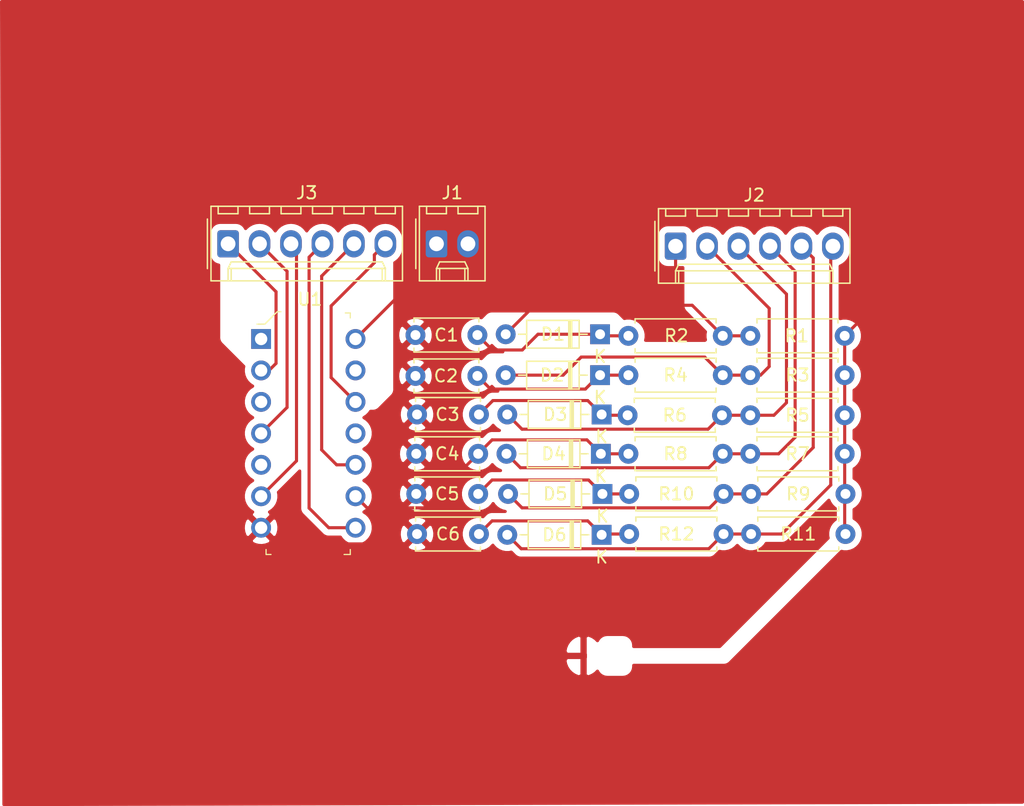
<source format=kicad_pcb>
(kicad_pcb (version 20171130) (host pcbnew 5.1.12-1.fc35)

  (general
    (thickness 1.6)
    (drawings 0)
    (tracks 112)
    (zones 0)
    (modules 28)
    (nets 21)
  )

  (page A4)
  (layers
    (0 F.Cu signal)
    (31 B.Cu signal)
    (32 B.Adhes user hide)
    (33 F.Adhes user hide)
    (34 B.Paste user hide)
    (35 F.Paste user hide)
    (36 B.SilkS user)
    (37 F.SilkS user)
    (38 B.Mask user hide)
    (39 F.Mask user hide)
    (40 Dwgs.User user)
    (41 Cmts.User user)
    (42 Eco1.User user hide)
    (43 Eco2.User user hide)
    (44 Edge.Cuts user)
    (45 Margin user)
    (46 B.CrtYd user)
    (47 F.CrtYd user)
    (48 B.Fab user)
    (49 F.Fab user hide)
  )

  (setup
    (last_trace_width 0.25)
    (trace_clearance 0.2)
    (zone_clearance 0.508)
    (zone_45_only no)
    (trace_min 0.2)
    (via_size 0.8)
    (via_drill 0.4)
    (via_min_size 0.4)
    (via_min_drill 0.3)
    (uvia_size 0.3)
    (uvia_drill 0.1)
    (uvias_allowed no)
    (uvia_min_size 0.2)
    (uvia_min_drill 0.1)
    (edge_width 0.05)
    (segment_width 0.2)
    (pcb_text_width 0.3)
    (pcb_text_size 1.5 1.5)
    (mod_edge_width 0.12)
    (mod_text_size 1 1)
    (mod_text_width 0.15)
    (pad_size 1.524 1.524)
    (pad_drill 0.762)
    (pad_to_mask_clearance 0)
    (aux_axis_origin 0 0)
    (visible_elements FFFFFF7F)
    (pcbplotparams
      (layerselection 0x010fc_ffffffff)
      (usegerberextensions false)
      (usegerberattributes true)
      (usegerberadvancedattributes true)
      (creategerberjobfile true)
      (excludeedgelayer true)
      (linewidth 0.100000)
      (plotframeref false)
      (viasonmask false)
      (mode 1)
      (useauxorigin false)
      (hpglpennumber 1)
      (hpglpenspeed 20)
      (hpglpendiameter 15.000000)
      (psnegative false)
      (psa4output false)
      (plotreference true)
      (plotvalue true)
      (plotinvisibletext false)
      (padsonsilk false)
      (subtractmaskfromsilk false)
      (outputformat 1)
      (mirror false)
      (drillshape 1)
      (scaleselection 1)
      (outputdirectory ""))
  )

  (net 0 "")
  (net 1 Trig_1)
  (net 2 GND)
  (net 3 Trig_2)
  (net 4 Trig_3)
  (net 5 Trig_4)
  (net 6 Trig_5)
  (net 7 Trig_6)
  (net 8 Sig_1)
  (net 9 Sig_2)
  (net 10 Sig_3)
  (net 11 Sig_4)
  (net 12 Sig_5)
  (net 13 Sig_6)
  (net 14 "Net-(J1-Pad1)")
  (net 15 "Net-(J3-Pad6)")
  (net 16 "Net-(J3-Pad5)")
  (net 17 "Net-(J3-Pad4)")
  (net 18 "Net-(J3-Pad3)")
  (net 19 "Net-(J3-Pad2)")
  (net 20 "Net-(J3-Pad1)")

  (net_class Default "This is the default net class."
    (clearance 0.2)
    (trace_width 0.25)
    (via_dia 0.8)
    (via_drill 0.4)
    (uvia_dia 0.3)
    (uvia_drill 0.1)
    (add_net GND)
    (add_net "Net-(J1-Pad1)")
    (add_net "Net-(J3-Pad1)")
    (add_net "Net-(J3-Pad2)")
    (add_net "Net-(J3-Pad3)")
    (add_net "Net-(J3-Pad4)")
    (add_net "Net-(J3-Pad5)")
    (add_net "Net-(J3-Pad6)")
    (add_net Sig_1)
    (add_net Sig_2)
    (add_net Sig_3)
    (add_net Sig_4)
    (add_net Sig_5)
    (add_net Sig_6)
    (add_net Trig_1)
    (add_net Trig_2)
    (add_net Trig_3)
    (add_net Trig_4)
    (add_net Trig_5)
    (add_net Trig_6)
  )

  (module Connector_Molex:Molex_KK-254_AE-6410-02A_1x02_P2.54mm_Vertical (layer F.Cu) (tedit 5EA53D3B) (tstamp 619DB1DD)
    (at 195.58 59.4995)
    (descr "Molex KK-254 Interconnect System, old/engineering part number: AE-6410-02A example for new part number: 22-27-2021, 2 Pins (http://www.molex.com/pdm_docs/sd/022272021_sd.pdf), generated with kicad-footprint-generator")
    (tags "connector Molex KK-254 vertical")
    (path /61B21F5A)
    (fp_text reference J1 (at 1.27 -4.12) (layer F.SilkS)
      (effects (font (size 1 1) (thickness 0.15)))
    )
    (fp_text value Pwr (at 1.27 4.08) (layer F.Fab)
      (effects (font (size 1 1) (thickness 0.15)))
    )
    (fp_line (start 4.31 -3.42) (end -1.77 -3.42) (layer F.CrtYd) (width 0.05))
    (fp_line (start 4.31 3.38) (end 4.31 -3.42) (layer F.CrtYd) (width 0.05))
    (fp_line (start -1.77 3.38) (end 4.31 3.38) (layer F.CrtYd) (width 0.05))
    (fp_line (start -1.77 -3.42) (end -1.77 3.38) (layer F.CrtYd) (width 0.05))
    (fp_line (start 3.34 -2.43) (end 3.34 -3.03) (layer F.SilkS) (width 0.12))
    (fp_line (start 1.74 -2.43) (end 3.34 -2.43) (layer F.SilkS) (width 0.12))
    (fp_line (start 1.74 -3.03) (end 1.74 -2.43) (layer F.SilkS) (width 0.12))
    (fp_line (start 0.8 -2.43) (end 0.8 -3.03) (layer F.SilkS) (width 0.12))
    (fp_line (start -0.8 -2.43) (end 0.8 -2.43) (layer F.SilkS) (width 0.12))
    (fp_line (start -0.8 -3.03) (end -0.8 -2.43) (layer F.SilkS) (width 0.12))
    (fp_line (start 2.29 2.99) (end 2.29 1.99) (layer F.SilkS) (width 0.12))
    (fp_line (start 0.25 2.99) (end 0.25 1.99) (layer F.SilkS) (width 0.12))
    (fp_line (start 2.29 1.46) (end 2.54 1.99) (layer F.SilkS) (width 0.12))
    (fp_line (start 0.25 1.46) (end 2.29 1.46) (layer F.SilkS) (width 0.12))
    (fp_line (start 0 1.99) (end 0.25 1.46) (layer F.SilkS) (width 0.12))
    (fp_line (start 2.54 1.99) (end 2.54 2.99) (layer F.SilkS) (width 0.12))
    (fp_line (start 0 1.99) (end 2.54 1.99) (layer F.SilkS) (width 0.12))
    (fp_line (start 0 2.99) (end 0 1.99) (layer F.SilkS) (width 0.12))
    (fp_line (start -0.562893 0) (end -1.27 0.5) (layer F.Fab) (width 0.1))
    (fp_line (start -1.27 -0.5) (end -0.562893 0) (layer F.Fab) (width 0.1))
    (fp_line (start -1.67 -2) (end -1.67 2) (layer F.SilkS) (width 0.12))
    (fp_line (start 3.92 -3.03) (end -1.38 -3.03) (layer F.SilkS) (width 0.12))
    (fp_line (start 3.92 2.99) (end 3.92 -3.03) (layer F.SilkS) (width 0.12))
    (fp_line (start -1.38 2.99) (end 3.92 2.99) (layer F.SilkS) (width 0.12))
    (fp_line (start -1.38 -3.03) (end -1.38 2.99) (layer F.SilkS) (width 0.12))
    (fp_line (start 3.81 -2.92) (end -1.27 -2.92) (layer F.Fab) (width 0.1))
    (fp_line (start 3.81 2.88) (end 3.81 -2.92) (layer F.Fab) (width 0.1))
    (fp_line (start -1.27 2.88) (end 3.81 2.88) (layer F.Fab) (width 0.1))
    (fp_line (start -1.27 -2.92) (end -1.27 2.88) (layer F.Fab) (width 0.1))
    (fp_text user %R (at 1.27 -2.22) (layer F.Fab)
      (effects (font (size 1 1) (thickness 0.15)))
    )
    (pad 1 thru_hole roundrect (at 0 0) (size 1.74 2.19) (drill 1.19) (layers *.Cu *.Mask) (roundrect_rratio 0.143678)
      (net 14 "Net-(J1-Pad1)"))
    (pad 2 thru_hole oval (at 2.54 0) (size 1.74 2.19) (drill 1.19) (layers *.Cu *.Mask)
      (net 2 GND))
    (model ${KISYS3DMOD}/Connector_Molex.3dshapes/Molex_KK-254_AE-6410-02A_1x02_P2.54mm_Vertical.wrl
      (at (xyz 0 0 0))
      (scale (xyz 1 1 1))
      (rotate (xyz 0 0 0))
    )
  )

  (module Capacitor_THT:C_Disc_D5.0mm_W2.5mm_P5.00mm (layer F.Cu) (tedit 5AE50EF0) (tstamp 619D7C1F)
    (at 198.882 66.8655 180)
    (descr "C, Disc series, Radial, pin pitch=5.00mm, , diameter*width=5*2.5mm^2, Capacitor, http://cdn-reichelt.de/documents/datenblatt/B300/DS_KERKO_TC.pdf")
    (tags "C Disc series Radial pin pitch 5.00mm  diameter 5mm width 2.5mm Capacitor")
    (path /619D2E8F)
    (fp_text reference C1 (at 2.5 0) (layer F.SilkS)
      (effects (font (size 1 1) (thickness 0.15)))
    )
    (fp_text value 100nF (at 2.5 2.5) (layer F.Fab)
      (effects (font (size 1 1) (thickness 0.15)))
    )
    (fp_line (start 6.05 -1.5) (end -1.05 -1.5) (layer F.CrtYd) (width 0.05))
    (fp_line (start 6.05 1.5) (end 6.05 -1.5) (layer F.CrtYd) (width 0.05))
    (fp_line (start -1.05 1.5) (end 6.05 1.5) (layer F.CrtYd) (width 0.05))
    (fp_line (start -1.05 -1.5) (end -1.05 1.5) (layer F.CrtYd) (width 0.05))
    (fp_line (start 5.12 1.055) (end 5.12 1.37) (layer F.SilkS) (width 0.12))
    (fp_line (start 5.12 -1.37) (end 5.12 -1.055) (layer F.SilkS) (width 0.12))
    (fp_line (start -0.12 1.055) (end -0.12 1.37) (layer F.SilkS) (width 0.12))
    (fp_line (start -0.12 -1.37) (end -0.12 -1.055) (layer F.SilkS) (width 0.12))
    (fp_line (start -0.12 1.37) (end 5.12 1.37) (layer F.SilkS) (width 0.12))
    (fp_line (start -0.12 -1.37) (end 5.12 -1.37) (layer F.SilkS) (width 0.12))
    (fp_line (start 5 -1.25) (end 0 -1.25) (layer F.Fab) (width 0.1))
    (fp_line (start 5 1.25) (end 5 -1.25) (layer F.Fab) (width 0.1))
    (fp_line (start 0 1.25) (end 5 1.25) (layer F.Fab) (width 0.1))
    (fp_line (start 0 -1.25) (end 0 1.25) (layer F.Fab) (width 0.1))
    (fp_text user %R (at 2.5 0) (layer F.Fab)
      (effects (font (size 1 1) (thickness 0.15)))
    )
    (pad 1 thru_hole circle (at 0 0 180) (size 1.6 1.6) (drill 0.8) (layers *.Cu *.Mask)
      (net 1 Trig_1))
    (pad 2 thru_hole circle (at 5 0 180) (size 1.6 1.6) (drill 0.8) (layers *.Cu *.Mask)
      (net 2 GND))
    (model ${KISYS3DMOD}/Capacitor_THT.3dshapes/C_Disc_D5.0mm_W2.5mm_P5.00mm.wrl
      (at (xyz 0 0 0))
      (scale (xyz 1 1 1))
      (rotate (xyz 0 0 0))
    )
  )

  (module Capacitor_THT:C_Disc_D5.0mm_W2.5mm_P5.00mm (layer F.Cu) (tedit 5AE50EF0) (tstamp 619D7C34)
    (at 198.882 70.1675 180)
    (descr "C, Disc series, Radial, pin pitch=5.00mm, , diameter*width=5*2.5mm^2, Capacitor, http://cdn-reichelt.de/documents/datenblatt/B300/DS_KERKO_TC.pdf")
    (tags "C Disc series Radial pin pitch 5.00mm  diameter 5mm width 2.5mm Capacitor")
    (path /619FE161)
    (fp_text reference C2 (at 2.54 0) (layer F.SilkS)
      (effects (font (size 1 1) (thickness 0.15)))
    )
    (fp_text value 100nF (at 2.5 2.5) (layer F.Fab)
      (effects (font (size 1 1) (thickness 0.15)))
    )
    (fp_text user %R (at 2.5 0) (layer F.Fab)
      (effects (font (size 1 1) (thickness 0.15)))
    )
    (fp_line (start 0 -1.25) (end 0 1.25) (layer F.Fab) (width 0.1))
    (fp_line (start 0 1.25) (end 5 1.25) (layer F.Fab) (width 0.1))
    (fp_line (start 5 1.25) (end 5 -1.25) (layer F.Fab) (width 0.1))
    (fp_line (start 5 -1.25) (end 0 -1.25) (layer F.Fab) (width 0.1))
    (fp_line (start -0.12 -1.37) (end 5.12 -1.37) (layer F.SilkS) (width 0.12))
    (fp_line (start -0.12 1.37) (end 5.12 1.37) (layer F.SilkS) (width 0.12))
    (fp_line (start -0.12 -1.37) (end -0.12 -1.055) (layer F.SilkS) (width 0.12))
    (fp_line (start -0.12 1.055) (end -0.12 1.37) (layer F.SilkS) (width 0.12))
    (fp_line (start 5.12 -1.37) (end 5.12 -1.055) (layer F.SilkS) (width 0.12))
    (fp_line (start 5.12 1.055) (end 5.12 1.37) (layer F.SilkS) (width 0.12))
    (fp_line (start -1.05 -1.5) (end -1.05 1.5) (layer F.CrtYd) (width 0.05))
    (fp_line (start -1.05 1.5) (end 6.05 1.5) (layer F.CrtYd) (width 0.05))
    (fp_line (start 6.05 1.5) (end 6.05 -1.5) (layer F.CrtYd) (width 0.05))
    (fp_line (start 6.05 -1.5) (end -1.05 -1.5) (layer F.CrtYd) (width 0.05))
    (pad 2 thru_hole circle (at 5 0 180) (size 1.6 1.6) (drill 0.8) (layers *.Cu *.Mask)
      (net 2 GND))
    (pad 1 thru_hole circle (at 0 0 180) (size 1.6 1.6) (drill 0.8) (layers *.Cu *.Mask)
      (net 3 Trig_2))
    (model ${KISYS3DMOD}/Capacitor_THT.3dshapes/C_Disc_D5.0mm_W2.5mm_P5.00mm.wrl
      (at (xyz 0 0 0))
      (scale (xyz 1 1 1))
      (rotate (xyz 0 0 0))
    )
  )

  (module Capacitor_THT:C_Disc_D5.0mm_W2.5mm_P5.00mm (layer F.Cu) (tedit 5AE50EF0) (tstamp 619D7C49)
    (at 199.009 73.279 180)
    (descr "C, Disc series, Radial, pin pitch=5.00mm, , diameter*width=5*2.5mm^2, Capacitor, http://cdn-reichelt.de/documents/datenblatt/B300/DS_KERKO_TC.pdf")
    (tags "C Disc series Radial pin pitch 5.00mm  diameter 5mm width 2.5mm Capacitor")
    (path /61A01A4F)
    (fp_text reference C3 (at 2.54 0) (layer F.SilkS)
      (effects (font (size 1 1) (thickness 0.15)))
    )
    (fp_text value 100nF (at 2.5 2.5) (layer F.Fab)
      (effects (font (size 1 1) (thickness 0.15)))
    )
    (fp_line (start 6.05 -1.5) (end -1.05 -1.5) (layer F.CrtYd) (width 0.05))
    (fp_line (start 6.05 1.5) (end 6.05 -1.5) (layer F.CrtYd) (width 0.05))
    (fp_line (start -1.05 1.5) (end 6.05 1.5) (layer F.CrtYd) (width 0.05))
    (fp_line (start -1.05 -1.5) (end -1.05 1.5) (layer F.CrtYd) (width 0.05))
    (fp_line (start 5.12 1.055) (end 5.12 1.37) (layer F.SilkS) (width 0.12))
    (fp_line (start 5.12 -1.37) (end 5.12 -1.055) (layer F.SilkS) (width 0.12))
    (fp_line (start -0.12 1.055) (end -0.12 1.37) (layer F.SilkS) (width 0.12))
    (fp_line (start -0.12 -1.37) (end -0.12 -1.055) (layer F.SilkS) (width 0.12))
    (fp_line (start -0.12 1.37) (end 5.12 1.37) (layer F.SilkS) (width 0.12))
    (fp_line (start -0.12 -1.37) (end 5.12 -1.37) (layer F.SilkS) (width 0.12))
    (fp_line (start 5 -1.25) (end 0 -1.25) (layer F.Fab) (width 0.1))
    (fp_line (start 5 1.25) (end 5 -1.25) (layer F.Fab) (width 0.1))
    (fp_line (start 0 1.25) (end 5 1.25) (layer F.Fab) (width 0.1))
    (fp_line (start 0 -1.25) (end 0 1.25) (layer F.Fab) (width 0.1))
    (fp_text user %R (at 2.5 0) (layer F.Fab)
      (effects (font (size 1 1) (thickness 0.15)))
    )
    (pad 1 thru_hole circle (at 0 0 180) (size 1.6 1.6) (drill 0.8) (layers *.Cu *.Mask)
      (net 4 Trig_3))
    (pad 2 thru_hole circle (at 5 0 180) (size 1.6 1.6) (drill 0.8) (layers *.Cu *.Mask)
      (net 2 GND))
    (model ${KISYS3DMOD}/Capacitor_THT.3dshapes/C_Disc_D5.0mm_W2.5mm_P5.00mm.wrl
      (at (xyz 0 0 0))
      (scale (xyz 1 1 1))
      (rotate (xyz 0 0 0))
    )
  )

  (module Capacitor_THT:C_Disc_D5.0mm_W2.5mm_P5.00mm (layer F.Cu) (tedit 5AE50EF0) (tstamp 619D7C5E)
    (at 198.9455 76.454 180)
    (descr "C, Disc series, Radial, pin pitch=5.00mm, , diameter*width=5*2.5mm^2, Capacitor, http://cdn-reichelt.de/documents/datenblatt/B300/DS_KERKO_TC.pdf")
    (tags "C Disc series Radial pin pitch 5.00mm  diameter 5mm width 2.5mm Capacitor")
    (path /61A038AB)
    (fp_text reference C4 (at 2.5 0) (layer F.SilkS)
      (effects (font (size 1 1) (thickness 0.15)))
    )
    (fp_text value 100nF (at 2.5 2.5) (layer F.Fab)
      (effects (font (size 1 1) (thickness 0.15)))
    )
    (fp_text user %R (at 2.5 0) (layer F.Fab)
      (effects (font (size 1 1) (thickness 0.15)))
    )
    (fp_line (start 0 -1.25) (end 0 1.25) (layer F.Fab) (width 0.1))
    (fp_line (start 0 1.25) (end 5 1.25) (layer F.Fab) (width 0.1))
    (fp_line (start 5 1.25) (end 5 -1.25) (layer F.Fab) (width 0.1))
    (fp_line (start 5 -1.25) (end 0 -1.25) (layer F.Fab) (width 0.1))
    (fp_line (start -0.12 -1.37) (end 5.12 -1.37) (layer F.SilkS) (width 0.12))
    (fp_line (start -0.12 1.37) (end 5.12 1.37) (layer F.SilkS) (width 0.12))
    (fp_line (start -0.12 -1.37) (end -0.12 -1.055) (layer F.SilkS) (width 0.12))
    (fp_line (start -0.12 1.055) (end -0.12 1.37) (layer F.SilkS) (width 0.12))
    (fp_line (start 5.12 -1.37) (end 5.12 -1.055) (layer F.SilkS) (width 0.12))
    (fp_line (start 5.12 1.055) (end 5.12 1.37) (layer F.SilkS) (width 0.12))
    (fp_line (start -1.05 -1.5) (end -1.05 1.5) (layer F.CrtYd) (width 0.05))
    (fp_line (start -1.05 1.5) (end 6.05 1.5) (layer F.CrtYd) (width 0.05))
    (fp_line (start 6.05 1.5) (end 6.05 -1.5) (layer F.CrtYd) (width 0.05))
    (fp_line (start 6.05 -1.5) (end -1.05 -1.5) (layer F.CrtYd) (width 0.05))
    (pad 2 thru_hole circle (at 5 0 180) (size 1.6 1.6) (drill 0.8) (layers *.Cu *.Mask)
      (net 2 GND))
    (pad 1 thru_hole circle (at 0 0 180) (size 1.6 1.6) (drill 0.8) (layers *.Cu *.Mask)
      (net 5 Trig_4))
    (model ${KISYS3DMOD}/Capacitor_THT.3dshapes/C_Disc_D5.0mm_W2.5mm_P5.00mm.wrl
      (at (xyz 0 0 0))
      (scale (xyz 1 1 1))
      (rotate (xyz 0 0 0))
    )
  )

  (module Capacitor_THT:C_Disc_D5.0mm_W2.5mm_P5.00mm (layer F.Cu) (tedit 5AE50EF0) (tstamp 619D7C73)
    (at 198.9455 79.6925 180)
    (descr "C, Disc series, Radial, pin pitch=5.00mm, , diameter*width=5*2.5mm^2, Capacitor, http://cdn-reichelt.de/documents/datenblatt/B300/DS_KERKO_TC.pdf")
    (tags "C Disc series Radial pin pitch 5.00mm  diameter 5mm width 2.5mm Capacitor")
    (path /61A05E3A)
    (fp_text reference C5 (at 2.5 0) (layer F.SilkS)
      (effects (font (size 1 1) (thickness 0.15)))
    )
    (fp_text value 100nF (at 2.5 2.5) (layer F.Fab)
      (effects (font (size 1 1) (thickness 0.15)))
    )
    (fp_line (start 6.05 -1.5) (end -1.05 -1.5) (layer F.CrtYd) (width 0.05))
    (fp_line (start 6.05 1.5) (end 6.05 -1.5) (layer F.CrtYd) (width 0.05))
    (fp_line (start -1.05 1.5) (end 6.05 1.5) (layer F.CrtYd) (width 0.05))
    (fp_line (start -1.05 -1.5) (end -1.05 1.5) (layer F.CrtYd) (width 0.05))
    (fp_line (start 5.12 1.055) (end 5.12 1.37) (layer F.SilkS) (width 0.12))
    (fp_line (start 5.12 -1.37) (end 5.12 -1.055) (layer F.SilkS) (width 0.12))
    (fp_line (start -0.12 1.055) (end -0.12 1.37) (layer F.SilkS) (width 0.12))
    (fp_line (start -0.12 -1.37) (end -0.12 -1.055) (layer F.SilkS) (width 0.12))
    (fp_line (start -0.12 1.37) (end 5.12 1.37) (layer F.SilkS) (width 0.12))
    (fp_line (start -0.12 -1.37) (end 5.12 -1.37) (layer F.SilkS) (width 0.12))
    (fp_line (start 5 -1.25) (end 0 -1.25) (layer F.Fab) (width 0.1))
    (fp_line (start 5 1.25) (end 5 -1.25) (layer F.Fab) (width 0.1))
    (fp_line (start 0 1.25) (end 5 1.25) (layer F.Fab) (width 0.1))
    (fp_line (start 0 -1.25) (end 0 1.25) (layer F.Fab) (width 0.1))
    (fp_text user %R (at 2.5 0) (layer F.Fab)
      (effects (font (size 1 1) (thickness 0.15)))
    )
    (pad 1 thru_hole circle (at 0 0 180) (size 1.6 1.6) (drill 0.8) (layers *.Cu *.Mask)
      (net 6 Trig_5))
    (pad 2 thru_hole circle (at 5 0 180) (size 1.6 1.6) (drill 0.8) (layers *.Cu *.Mask)
      (net 2 GND))
    (model ${KISYS3DMOD}/Capacitor_THT.3dshapes/C_Disc_D5.0mm_W2.5mm_P5.00mm.wrl
      (at (xyz 0 0 0))
      (scale (xyz 1 1 1))
      (rotate (xyz 0 0 0))
    )
  )

  (module Capacitor_THT:C_Disc_D5.0mm_W2.5mm_P5.00mm (layer F.Cu) (tedit 5AE50EF0) (tstamp 619D7C88)
    (at 199.009 82.931 180)
    (descr "C, Disc series, Radial, pin pitch=5.00mm, , diameter*width=5*2.5mm^2, Capacitor, http://cdn-reichelt.de/documents/datenblatt/B300/DS_KERKO_TC.pdf")
    (tags "C Disc series Radial pin pitch 5.00mm  diameter 5mm width 2.5mm Capacitor")
    (path /61A0850F)
    (fp_text reference C6 (at 2.5 0) (layer F.SilkS)
      (effects (font (size 1 1) (thickness 0.15)))
    )
    (fp_text value 100nF (at 2.5 2.5) (layer F.Fab)
      (effects (font (size 1 1) (thickness 0.15)))
    )
    (fp_text user %R (at 2.5 0) (layer F.Fab)
      (effects (font (size 1 1) (thickness 0.15)))
    )
    (fp_line (start 0 -1.25) (end 0 1.25) (layer F.Fab) (width 0.1))
    (fp_line (start 0 1.25) (end 5 1.25) (layer F.Fab) (width 0.1))
    (fp_line (start 5 1.25) (end 5 -1.25) (layer F.Fab) (width 0.1))
    (fp_line (start 5 -1.25) (end 0 -1.25) (layer F.Fab) (width 0.1))
    (fp_line (start -0.12 -1.37) (end 5.12 -1.37) (layer F.SilkS) (width 0.12))
    (fp_line (start -0.12 1.37) (end 5.12 1.37) (layer F.SilkS) (width 0.12))
    (fp_line (start -0.12 -1.37) (end -0.12 -1.055) (layer F.SilkS) (width 0.12))
    (fp_line (start -0.12 1.055) (end -0.12 1.37) (layer F.SilkS) (width 0.12))
    (fp_line (start 5.12 -1.37) (end 5.12 -1.055) (layer F.SilkS) (width 0.12))
    (fp_line (start 5.12 1.055) (end 5.12 1.37) (layer F.SilkS) (width 0.12))
    (fp_line (start -1.05 -1.5) (end -1.05 1.5) (layer F.CrtYd) (width 0.05))
    (fp_line (start -1.05 1.5) (end 6.05 1.5) (layer F.CrtYd) (width 0.05))
    (fp_line (start 6.05 1.5) (end 6.05 -1.5) (layer F.CrtYd) (width 0.05))
    (fp_line (start 6.05 -1.5) (end -1.05 -1.5) (layer F.CrtYd) (width 0.05))
    (pad 2 thru_hole circle (at 5 0 180) (size 1.6 1.6) (drill 0.8) (layers *.Cu *.Mask)
      (net 2 GND))
    (pad 1 thru_hole circle (at 0 0 180) (size 1.6 1.6) (drill 0.8) (layers *.Cu *.Mask)
      (net 7 Trig_6))
    (model ${KISYS3DMOD}/Capacitor_THT.3dshapes/C_Disc_D5.0mm_W2.5mm_P5.00mm.wrl
      (at (xyz 0 0 0))
      (scale (xyz 1 1 1))
      (rotate (xyz 0 0 0))
    )
  )

  (module Diode_THT:D_DO-35_SOD27_P7.62mm_Horizontal (layer F.Cu) (tedit 5AE50CD5) (tstamp 619D90E1)
    (at 208.788 66.802 180)
    (descr "Diode, DO-35_SOD27 series, Axial, Horizontal, pin pitch=7.62mm, , length*diameter=4*2mm^2, , http://www.diodes.com/_files/packages/DO-35.pdf")
    (tags "Diode DO-35_SOD27 series Axial Horizontal pin pitch 7.62mm  length 4mm diameter 2mm")
    (path /619D2140)
    (fp_text reference D1 (at 3.81 0) (layer F.SilkS)
      (effects (font (size 1 1) (thickness 0.15)))
    )
    (fp_text value 1N4148 (at 3.81 2.12) (layer F.Fab)
      (effects (font (size 1 1) (thickness 0.15)))
    )
    (fp_line (start 8.67 -1.25) (end -1.05 -1.25) (layer F.CrtYd) (width 0.05))
    (fp_line (start 8.67 1.25) (end 8.67 -1.25) (layer F.CrtYd) (width 0.05))
    (fp_line (start -1.05 1.25) (end 8.67 1.25) (layer F.CrtYd) (width 0.05))
    (fp_line (start -1.05 -1.25) (end -1.05 1.25) (layer F.CrtYd) (width 0.05))
    (fp_line (start 2.29 -1.12) (end 2.29 1.12) (layer F.SilkS) (width 0.12))
    (fp_line (start 2.53 -1.12) (end 2.53 1.12) (layer F.SilkS) (width 0.12))
    (fp_line (start 2.41 -1.12) (end 2.41 1.12) (layer F.SilkS) (width 0.12))
    (fp_line (start 6.58 0) (end 5.93 0) (layer F.SilkS) (width 0.12))
    (fp_line (start 1.04 0) (end 1.69 0) (layer F.SilkS) (width 0.12))
    (fp_line (start 5.93 -1.12) (end 1.69 -1.12) (layer F.SilkS) (width 0.12))
    (fp_line (start 5.93 1.12) (end 5.93 -1.12) (layer F.SilkS) (width 0.12))
    (fp_line (start 1.69 1.12) (end 5.93 1.12) (layer F.SilkS) (width 0.12))
    (fp_line (start 1.69 -1.12) (end 1.69 1.12) (layer F.SilkS) (width 0.12))
    (fp_line (start 2.31 -1) (end 2.31 1) (layer F.Fab) (width 0.1))
    (fp_line (start 2.51 -1) (end 2.51 1) (layer F.Fab) (width 0.1))
    (fp_line (start 2.41 -1) (end 2.41 1) (layer F.Fab) (width 0.1))
    (fp_line (start 7.62 0) (end 5.81 0) (layer F.Fab) (width 0.1))
    (fp_line (start 0 0) (end 1.81 0) (layer F.Fab) (width 0.1))
    (fp_line (start 5.81 -1) (end 1.81 -1) (layer F.Fab) (width 0.1))
    (fp_line (start 5.81 1) (end 5.81 -1) (layer F.Fab) (width 0.1))
    (fp_line (start 1.81 1) (end 5.81 1) (layer F.Fab) (width 0.1))
    (fp_line (start 1.81 -1) (end 1.81 1) (layer F.Fab) (width 0.1))
    (fp_text user %R (at 4.11 0) (layer F.Fab)
      (effects (font (size 0.8 0.8) (thickness 0.12)))
    )
    (fp_text user K (at 0 -1.8) (layer F.Fab)
      (effects (font (size 1 1) (thickness 0.15)))
    )
    (fp_text user K (at 0 -1.8) (layer F.SilkS)
      (effects (font (size 1 1) (thickness 0.15)))
    )
    (pad 1 thru_hole rect (at 0 0 180) (size 1.6 1.6) (drill 0.8) (layers *.Cu *.Mask)
      (net 1 Trig_1))
    (pad 2 thru_hole oval (at 7.62 0 180) (size 1.6 1.6) (drill 0.8) (layers *.Cu *.Mask)
      (net 8 Sig_1))
    (model ${KISYS3DMOD}/Diode_THT.3dshapes/D_DO-35_SOD27_P7.62mm_Horizontal.wrl
      (at (xyz 0 0 0))
      (scale (xyz 1 1 1))
      (rotate (xyz 0 0 0))
    )
  )

  (module Diode_THT:D_DO-35_SOD27_P7.62mm_Horizontal (layer F.Cu) (tedit 5AE50CD5) (tstamp 619D7CC6)
    (at 208.788 70.104 180)
    (descr "Diode, DO-35_SOD27 series, Axial, Horizontal, pin pitch=7.62mm, , length*diameter=4*2mm^2, , http://www.diodes.com/_files/packages/DO-35.pdf")
    (tags "Diode DO-35_SOD27 series Axial Horizontal pin pitch 7.62mm  length 4mm diameter 2mm")
    (path /619FE15B)
    (fp_text reference D2 (at 3.8735 0) (layer F.SilkS)
      (effects (font (size 1 1) (thickness 0.15)))
    )
    (fp_text value 1N4148 (at 3.81 2.12) (layer F.Fab)
      (effects (font (size 1 1) (thickness 0.15)))
    )
    (fp_text user K (at 0 -1.8) (layer F.SilkS)
      (effects (font (size 1 1) (thickness 0.15)))
    )
    (fp_text user K (at 0 -1.8) (layer F.Fab)
      (effects (font (size 1 1) (thickness 0.15)))
    )
    (fp_text user %R (at 4.11 0) (layer F.Fab)
      (effects (font (size 0.8 0.8) (thickness 0.12)))
    )
    (fp_line (start 1.81 -1) (end 1.81 1) (layer F.Fab) (width 0.1))
    (fp_line (start 1.81 1) (end 5.81 1) (layer F.Fab) (width 0.1))
    (fp_line (start 5.81 1) (end 5.81 -1) (layer F.Fab) (width 0.1))
    (fp_line (start 5.81 -1) (end 1.81 -1) (layer F.Fab) (width 0.1))
    (fp_line (start 0 0) (end 1.81 0) (layer F.Fab) (width 0.1))
    (fp_line (start 7.62 0) (end 5.81 0) (layer F.Fab) (width 0.1))
    (fp_line (start 2.41 -1) (end 2.41 1) (layer F.Fab) (width 0.1))
    (fp_line (start 2.51 -1) (end 2.51 1) (layer F.Fab) (width 0.1))
    (fp_line (start 2.31 -1) (end 2.31 1) (layer F.Fab) (width 0.1))
    (fp_line (start 1.69 -1.12) (end 1.69 1.12) (layer F.SilkS) (width 0.12))
    (fp_line (start 1.69 1.12) (end 5.93 1.12) (layer F.SilkS) (width 0.12))
    (fp_line (start 5.93 1.12) (end 5.93 -1.12) (layer F.SilkS) (width 0.12))
    (fp_line (start 5.93 -1.12) (end 1.69 -1.12) (layer F.SilkS) (width 0.12))
    (fp_line (start 1.04 0) (end 1.69 0) (layer F.SilkS) (width 0.12))
    (fp_line (start 6.58 0) (end 5.93 0) (layer F.SilkS) (width 0.12))
    (fp_line (start 2.41 -1.12) (end 2.41 1.12) (layer F.SilkS) (width 0.12))
    (fp_line (start 2.53 -1.12) (end 2.53 1.12) (layer F.SilkS) (width 0.12))
    (fp_line (start 2.29 -1.12) (end 2.29 1.12) (layer F.SilkS) (width 0.12))
    (fp_line (start -1.05 -1.25) (end -1.05 1.25) (layer F.CrtYd) (width 0.05))
    (fp_line (start -1.05 1.25) (end 8.67 1.25) (layer F.CrtYd) (width 0.05))
    (fp_line (start 8.67 1.25) (end 8.67 -1.25) (layer F.CrtYd) (width 0.05))
    (fp_line (start 8.67 -1.25) (end -1.05 -1.25) (layer F.CrtYd) (width 0.05))
    (pad 2 thru_hole oval (at 7.62 0 180) (size 1.6 1.6) (drill 0.8) (layers *.Cu *.Mask)
      (net 9 Sig_2))
    (pad 1 thru_hole rect (at 0 0 180) (size 1.6 1.6) (drill 0.8) (layers *.Cu *.Mask)
      (net 3 Trig_2))
    (model ${KISYS3DMOD}/Diode_THT.3dshapes/D_DO-35_SOD27_P7.62mm_Horizontal.wrl
      (at (xyz 0 0 0))
      (scale (xyz 1 1 1))
      (rotate (xyz 0 0 0))
    )
  )

  (module Diode_THT:D_DO-35_SOD27_P7.62mm_Horizontal (layer F.Cu) (tedit 5AE50CD5) (tstamp 619D7CE5)
    (at 208.915 73.279 180)
    (descr "Diode, DO-35_SOD27 series, Axial, Horizontal, pin pitch=7.62mm, , length*diameter=4*2mm^2, , http://www.diodes.com/_files/packages/DO-35.pdf")
    (tags "Diode DO-35_SOD27 series Axial Horizontal pin pitch 7.62mm  length 4mm diameter 2mm")
    (path /61A01A49)
    (fp_text reference D3 (at 3.7465 0) (layer F.SilkS)
      (effects (font (size 1 1) (thickness 0.15)))
    )
    (fp_text value 1N4148 (at 3.81 2.12) (layer F.Fab)
      (effects (font (size 1 1) (thickness 0.15)))
    )
    (fp_line (start 8.67 -1.25) (end -1.05 -1.25) (layer F.CrtYd) (width 0.05))
    (fp_line (start 8.67 1.25) (end 8.67 -1.25) (layer F.CrtYd) (width 0.05))
    (fp_line (start -1.05 1.25) (end 8.67 1.25) (layer F.CrtYd) (width 0.05))
    (fp_line (start -1.05 -1.25) (end -1.05 1.25) (layer F.CrtYd) (width 0.05))
    (fp_line (start 2.29 -1.12) (end 2.29 1.12) (layer F.SilkS) (width 0.12))
    (fp_line (start 2.53 -1.12) (end 2.53 1.12) (layer F.SilkS) (width 0.12))
    (fp_line (start 2.41 -1.12) (end 2.41 1.12) (layer F.SilkS) (width 0.12))
    (fp_line (start 6.58 0) (end 5.93 0) (layer F.SilkS) (width 0.12))
    (fp_line (start 1.04 0) (end 1.69 0) (layer F.SilkS) (width 0.12))
    (fp_line (start 5.93 -1.12) (end 1.69 -1.12) (layer F.SilkS) (width 0.12))
    (fp_line (start 5.93 1.12) (end 5.93 -1.12) (layer F.SilkS) (width 0.12))
    (fp_line (start 1.69 1.12) (end 5.93 1.12) (layer F.SilkS) (width 0.12))
    (fp_line (start 1.69 -1.12) (end 1.69 1.12) (layer F.SilkS) (width 0.12))
    (fp_line (start 2.31 -1) (end 2.31 1) (layer F.Fab) (width 0.1))
    (fp_line (start 2.51 -1) (end 2.51 1) (layer F.Fab) (width 0.1))
    (fp_line (start 2.41 -1) (end 2.41 1) (layer F.Fab) (width 0.1))
    (fp_line (start 7.62 0) (end 5.81 0) (layer F.Fab) (width 0.1))
    (fp_line (start 0 0) (end 1.81 0) (layer F.Fab) (width 0.1))
    (fp_line (start 5.81 -1) (end 1.81 -1) (layer F.Fab) (width 0.1))
    (fp_line (start 5.81 1) (end 5.81 -1) (layer F.Fab) (width 0.1))
    (fp_line (start 1.81 1) (end 5.81 1) (layer F.Fab) (width 0.1))
    (fp_line (start 1.81 -1) (end 1.81 1) (layer F.Fab) (width 0.1))
    (fp_text user %R (at 4.11 0) (layer F.Fab)
      (effects (font (size 0.8 0.8) (thickness 0.12)))
    )
    (fp_text user K (at 0 -1.8) (layer F.Fab)
      (effects (font (size 1 1) (thickness 0.15)))
    )
    (fp_text user K (at 0 -1.8) (layer F.SilkS)
      (effects (font (size 1 1) (thickness 0.15)))
    )
    (pad 1 thru_hole rect (at 0 0 180) (size 1.6 1.6) (drill 0.8) (layers *.Cu *.Mask)
      (net 4 Trig_3))
    (pad 2 thru_hole oval (at 7.62 0 180) (size 1.6 1.6) (drill 0.8) (layers *.Cu *.Mask)
      (net 10 Sig_3))
    (model ${KISYS3DMOD}/Diode_THT.3dshapes/D_DO-35_SOD27_P7.62mm_Horizontal.wrl
      (at (xyz 0 0 0))
      (scale (xyz 1 1 1))
      (rotate (xyz 0 0 0))
    )
  )

  (module Diode_THT:D_DO-35_SOD27_P7.62mm_Horizontal (layer F.Cu) (tedit 5AE50CD5) (tstamp 619D7D04)
    (at 208.8515 76.454 180)
    (descr "Diode, DO-35_SOD27 series, Axial, Horizontal, pin pitch=7.62mm, , length*diameter=4*2mm^2, , http://www.diodes.com/_files/packages/DO-35.pdf")
    (tags "Diode DO-35_SOD27 series Axial Horizontal pin pitch 7.62mm  length 4mm diameter 2mm")
    (path /61A038A5)
    (fp_text reference D4 (at 3.81 0) (layer F.SilkS)
      (effects (font (size 1 1) (thickness 0.15)))
    )
    (fp_text value 1N4148 (at 3.81 2.12) (layer F.Fab)
      (effects (font (size 1 1) (thickness 0.15)))
    )
    (fp_line (start 8.67 -1.25) (end -1.05 -1.25) (layer F.CrtYd) (width 0.05))
    (fp_line (start 8.67 1.25) (end 8.67 -1.25) (layer F.CrtYd) (width 0.05))
    (fp_line (start -1.05 1.25) (end 8.67 1.25) (layer F.CrtYd) (width 0.05))
    (fp_line (start -1.05 -1.25) (end -1.05 1.25) (layer F.CrtYd) (width 0.05))
    (fp_line (start 2.29 -1.12) (end 2.29 1.12) (layer F.SilkS) (width 0.12))
    (fp_line (start 2.53 -1.12) (end 2.53 1.12) (layer F.SilkS) (width 0.12))
    (fp_line (start 2.41 -1.12) (end 2.41 1.12) (layer F.SilkS) (width 0.12))
    (fp_line (start 6.58 0) (end 5.93 0) (layer F.SilkS) (width 0.12))
    (fp_line (start 1.04 0) (end 1.69 0) (layer F.SilkS) (width 0.12))
    (fp_line (start 5.93 -1.12) (end 1.69 -1.12) (layer F.SilkS) (width 0.12))
    (fp_line (start 5.93 1.12) (end 5.93 -1.12) (layer F.SilkS) (width 0.12))
    (fp_line (start 1.69 1.12) (end 5.93 1.12) (layer F.SilkS) (width 0.12))
    (fp_line (start 1.69 -1.12) (end 1.69 1.12) (layer F.SilkS) (width 0.12))
    (fp_line (start 2.31 -1) (end 2.31 1) (layer F.Fab) (width 0.1))
    (fp_line (start 2.51 -1) (end 2.51 1) (layer F.Fab) (width 0.1))
    (fp_line (start 2.41 -1) (end 2.41 1) (layer F.Fab) (width 0.1))
    (fp_line (start 7.62 0) (end 5.81 0) (layer F.Fab) (width 0.1))
    (fp_line (start 0 0) (end 1.81 0) (layer F.Fab) (width 0.1))
    (fp_line (start 5.81 -1) (end 1.81 -1) (layer F.Fab) (width 0.1))
    (fp_line (start 5.81 1) (end 5.81 -1) (layer F.Fab) (width 0.1))
    (fp_line (start 1.81 1) (end 5.81 1) (layer F.Fab) (width 0.1))
    (fp_line (start 1.81 -1) (end 1.81 1) (layer F.Fab) (width 0.1))
    (fp_text user %R (at 4.11 0) (layer F.Fab)
      (effects (font (size 0.8 0.8) (thickness 0.12)))
    )
    (fp_text user K (at 0 -1.8) (layer F.Fab)
      (effects (font (size 1 1) (thickness 0.15)))
    )
    (fp_text user K (at 0 -1.8) (layer F.SilkS)
      (effects (font (size 1 1) (thickness 0.15)))
    )
    (pad 1 thru_hole rect (at 0 0 180) (size 1.6 1.6) (drill 0.8) (layers *.Cu *.Mask)
      (net 5 Trig_4))
    (pad 2 thru_hole oval (at 7.62 0 180) (size 1.6 1.6) (drill 0.8) (layers *.Cu *.Mask)
      (net 11 Sig_4))
    (model ${KISYS3DMOD}/Diode_THT.3dshapes/D_DO-35_SOD27_P7.62mm_Horizontal.wrl
      (at (xyz 0 0 0))
      (scale (xyz 1 1 1))
      (rotate (xyz 0 0 0))
    )
  )

  (module Diode_THT:D_DO-35_SOD27_P7.62mm_Horizontal (layer F.Cu) (tedit 5AE50CD5) (tstamp 619D7D23)
    (at 208.9785 79.6925 180)
    (descr "Diode, DO-35_SOD27 series, Axial, Horizontal, pin pitch=7.62mm, , length*diameter=4*2mm^2, , http://www.diodes.com/_files/packages/DO-35.pdf")
    (tags "Diode DO-35_SOD27 series Axial Horizontal pin pitch 7.62mm  length 4mm diameter 2mm")
    (path /61A05E34)
    (fp_text reference D5 (at 3.81 0) (layer F.SilkS)
      (effects (font (size 1 1) (thickness 0.15)))
    )
    (fp_text value 1N4148 (at 3.81 2.12) (layer F.Fab)
      (effects (font (size 1 1) (thickness 0.15)))
    )
    (fp_text user K (at 0 -1.8) (layer F.SilkS)
      (effects (font (size 1 1) (thickness 0.15)))
    )
    (fp_text user K (at 0 -1.8) (layer F.Fab)
      (effects (font (size 1 1) (thickness 0.15)))
    )
    (fp_text user %R (at 4.11 0) (layer F.Fab)
      (effects (font (size 0.8 0.8) (thickness 0.12)))
    )
    (fp_line (start 1.81 -1) (end 1.81 1) (layer F.Fab) (width 0.1))
    (fp_line (start 1.81 1) (end 5.81 1) (layer F.Fab) (width 0.1))
    (fp_line (start 5.81 1) (end 5.81 -1) (layer F.Fab) (width 0.1))
    (fp_line (start 5.81 -1) (end 1.81 -1) (layer F.Fab) (width 0.1))
    (fp_line (start 0 0) (end 1.81 0) (layer F.Fab) (width 0.1))
    (fp_line (start 7.62 0) (end 5.81 0) (layer F.Fab) (width 0.1))
    (fp_line (start 2.41 -1) (end 2.41 1) (layer F.Fab) (width 0.1))
    (fp_line (start 2.51 -1) (end 2.51 1) (layer F.Fab) (width 0.1))
    (fp_line (start 2.31 -1) (end 2.31 1) (layer F.Fab) (width 0.1))
    (fp_line (start 1.69 -1.12) (end 1.69 1.12) (layer F.SilkS) (width 0.12))
    (fp_line (start 1.69 1.12) (end 5.93 1.12) (layer F.SilkS) (width 0.12))
    (fp_line (start 5.93 1.12) (end 5.93 -1.12) (layer F.SilkS) (width 0.12))
    (fp_line (start 5.93 -1.12) (end 1.69 -1.12) (layer F.SilkS) (width 0.12))
    (fp_line (start 1.04 0) (end 1.69 0) (layer F.SilkS) (width 0.12))
    (fp_line (start 6.58 0) (end 5.93 0) (layer F.SilkS) (width 0.12))
    (fp_line (start 2.41 -1.12) (end 2.41 1.12) (layer F.SilkS) (width 0.12))
    (fp_line (start 2.53 -1.12) (end 2.53 1.12) (layer F.SilkS) (width 0.12))
    (fp_line (start 2.29 -1.12) (end 2.29 1.12) (layer F.SilkS) (width 0.12))
    (fp_line (start -1.05 -1.25) (end -1.05 1.25) (layer F.CrtYd) (width 0.05))
    (fp_line (start -1.05 1.25) (end 8.67 1.25) (layer F.CrtYd) (width 0.05))
    (fp_line (start 8.67 1.25) (end 8.67 -1.25) (layer F.CrtYd) (width 0.05))
    (fp_line (start 8.67 -1.25) (end -1.05 -1.25) (layer F.CrtYd) (width 0.05))
    (pad 2 thru_hole oval (at 7.62 0 180) (size 1.6 1.6) (drill 0.8) (layers *.Cu *.Mask)
      (net 12 Sig_5))
    (pad 1 thru_hole rect (at 0 0 180) (size 1.6 1.6) (drill 0.8) (layers *.Cu *.Mask)
      (net 6 Trig_5))
    (model ${KISYS3DMOD}/Diode_THT.3dshapes/D_DO-35_SOD27_P7.62mm_Horizontal.wrl
      (at (xyz 0 0 0))
      (scale (xyz 1 1 1))
      (rotate (xyz 0 0 0))
    )
  )

  (module Diode_THT:D_DO-35_SOD27_P7.62mm_Horizontal (layer F.Cu) (tedit 5AE50CD5) (tstamp 619D7D42)
    (at 208.915 82.9945 180)
    (descr "Diode, DO-35_SOD27 series, Axial, Horizontal, pin pitch=7.62mm, , length*diameter=4*2mm^2, , http://www.diodes.com/_files/packages/DO-35.pdf")
    (tags "Diode DO-35_SOD27 series Axial Horizontal pin pitch 7.62mm  length 4mm diameter 2mm")
    (path /61A08509)
    (fp_text reference D6 (at 3.81 0) (layer F.SilkS)
      (effects (font (size 1 1) (thickness 0.15)))
    )
    (fp_text value 1N4148 (at 3.81 2.12) (layer F.Fab)
      (effects (font (size 1 1) (thickness 0.15)))
    )
    (fp_text user K (at 0 -1.8) (layer F.SilkS)
      (effects (font (size 1 1) (thickness 0.15)))
    )
    (fp_text user K (at 0 -1.8) (layer F.Fab)
      (effects (font (size 1 1) (thickness 0.15)))
    )
    (fp_text user %R (at 4.11 0) (layer F.Fab)
      (effects (font (size 0.8 0.8) (thickness 0.12)))
    )
    (fp_line (start 1.81 -1) (end 1.81 1) (layer F.Fab) (width 0.1))
    (fp_line (start 1.81 1) (end 5.81 1) (layer F.Fab) (width 0.1))
    (fp_line (start 5.81 1) (end 5.81 -1) (layer F.Fab) (width 0.1))
    (fp_line (start 5.81 -1) (end 1.81 -1) (layer F.Fab) (width 0.1))
    (fp_line (start 0 0) (end 1.81 0) (layer F.Fab) (width 0.1))
    (fp_line (start 7.62 0) (end 5.81 0) (layer F.Fab) (width 0.1))
    (fp_line (start 2.41 -1) (end 2.41 1) (layer F.Fab) (width 0.1))
    (fp_line (start 2.51 -1) (end 2.51 1) (layer F.Fab) (width 0.1))
    (fp_line (start 2.31 -1) (end 2.31 1) (layer F.Fab) (width 0.1))
    (fp_line (start 1.69 -1.12) (end 1.69 1.12) (layer F.SilkS) (width 0.12))
    (fp_line (start 1.69 1.12) (end 5.93 1.12) (layer F.SilkS) (width 0.12))
    (fp_line (start 5.93 1.12) (end 5.93 -1.12) (layer F.SilkS) (width 0.12))
    (fp_line (start 5.93 -1.12) (end 1.69 -1.12) (layer F.SilkS) (width 0.12))
    (fp_line (start 1.04 0) (end 1.69 0) (layer F.SilkS) (width 0.12))
    (fp_line (start 6.58 0) (end 5.93 0) (layer F.SilkS) (width 0.12))
    (fp_line (start 2.41 -1.12) (end 2.41 1.12) (layer F.SilkS) (width 0.12))
    (fp_line (start 2.53 -1.12) (end 2.53 1.12) (layer F.SilkS) (width 0.12))
    (fp_line (start 2.29 -1.12) (end 2.29 1.12) (layer F.SilkS) (width 0.12))
    (fp_line (start -1.05 -1.25) (end -1.05 1.25) (layer F.CrtYd) (width 0.05))
    (fp_line (start -1.05 1.25) (end 8.67 1.25) (layer F.CrtYd) (width 0.05))
    (fp_line (start 8.67 1.25) (end 8.67 -1.25) (layer F.CrtYd) (width 0.05))
    (fp_line (start 8.67 -1.25) (end -1.05 -1.25) (layer F.CrtYd) (width 0.05))
    (pad 2 thru_hole oval (at 7.62 0 180) (size 1.6 1.6) (drill 0.8) (layers *.Cu *.Mask)
      (net 13 Sig_6))
    (pad 1 thru_hole rect (at 0 0 180) (size 1.6 1.6) (drill 0.8) (layers *.Cu *.Mask)
      (net 7 Trig_6))
    (model ${KISYS3DMOD}/Diode_THT.3dshapes/D_DO-35_SOD27_P7.62mm_Horizontal.wrl
      (at (xyz 0 0 0))
      (scale (xyz 1 1 1))
      (rotate (xyz 0 0 0))
    )
  )

  (module Connector_Molex:Molex_KK-254_AE-6410-06A_1x06_P2.54mm_Vertical (layer F.Cu) (tedit 5EA53D3B) (tstamp 619DB786)
    (at 214.884 59.69)
    (descr "Molex KK-254 Interconnect System, old/engineering part number: AE-6410-06A example for new part number: 22-27-2061, 6 Pins (http://www.molex.com/pdm_docs/sd/022272021_sd.pdf), generated with kicad-footprint-generator")
    (tags "connector Molex KK-254 vertical")
    (path /61B590AC)
    (fp_text reference J2 (at 6.35 -4.12) (layer F.SilkS)
      (effects (font (size 1 1) (thickness 0.15)))
    )
    (fp_text value Sig_In (at 6.35 4.08) (layer F.Fab)
      (effects (font (size 1 1) (thickness 0.15)))
    )
    (fp_line (start 14.47 -3.42) (end -1.77 -3.42) (layer F.CrtYd) (width 0.05))
    (fp_line (start 14.47 3.38) (end 14.47 -3.42) (layer F.CrtYd) (width 0.05))
    (fp_line (start -1.77 3.38) (end 14.47 3.38) (layer F.CrtYd) (width 0.05))
    (fp_line (start -1.77 -3.42) (end -1.77 3.38) (layer F.CrtYd) (width 0.05))
    (fp_line (start 13.5 -2.43) (end 13.5 -3.03) (layer F.SilkS) (width 0.12))
    (fp_line (start 11.9 -2.43) (end 13.5 -2.43) (layer F.SilkS) (width 0.12))
    (fp_line (start 11.9 -3.03) (end 11.9 -2.43) (layer F.SilkS) (width 0.12))
    (fp_line (start 10.96 -2.43) (end 10.96 -3.03) (layer F.SilkS) (width 0.12))
    (fp_line (start 9.36 -2.43) (end 10.96 -2.43) (layer F.SilkS) (width 0.12))
    (fp_line (start 9.36 -3.03) (end 9.36 -2.43) (layer F.SilkS) (width 0.12))
    (fp_line (start 8.42 -2.43) (end 8.42 -3.03) (layer F.SilkS) (width 0.12))
    (fp_line (start 6.82 -2.43) (end 8.42 -2.43) (layer F.SilkS) (width 0.12))
    (fp_line (start 6.82 -3.03) (end 6.82 -2.43) (layer F.SilkS) (width 0.12))
    (fp_line (start 5.88 -2.43) (end 5.88 -3.03) (layer F.SilkS) (width 0.12))
    (fp_line (start 4.28 -2.43) (end 5.88 -2.43) (layer F.SilkS) (width 0.12))
    (fp_line (start 4.28 -3.03) (end 4.28 -2.43) (layer F.SilkS) (width 0.12))
    (fp_line (start 3.34 -2.43) (end 3.34 -3.03) (layer F.SilkS) (width 0.12))
    (fp_line (start 1.74 -2.43) (end 3.34 -2.43) (layer F.SilkS) (width 0.12))
    (fp_line (start 1.74 -3.03) (end 1.74 -2.43) (layer F.SilkS) (width 0.12))
    (fp_line (start 0.8 -2.43) (end 0.8 -3.03) (layer F.SilkS) (width 0.12))
    (fp_line (start -0.8 -2.43) (end 0.8 -2.43) (layer F.SilkS) (width 0.12))
    (fp_line (start -0.8 -3.03) (end -0.8 -2.43) (layer F.SilkS) (width 0.12))
    (fp_line (start 12.45 2.99) (end 12.45 1.99) (layer F.SilkS) (width 0.12))
    (fp_line (start 0.25 2.99) (end 0.25 1.99) (layer F.SilkS) (width 0.12))
    (fp_line (start 12.45 1.46) (end 12.7 1.99) (layer F.SilkS) (width 0.12))
    (fp_line (start 0.25 1.46) (end 12.45 1.46) (layer F.SilkS) (width 0.12))
    (fp_line (start 0 1.99) (end 0.25 1.46) (layer F.SilkS) (width 0.12))
    (fp_line (start 12.7 1.99) (end 12.7 2.99) (layer F.SilkS) (width 0.12))
    (fp_line (start 0 1.99) (end 12.7 1.99) (layer F.SilkS) (width 0.12))
    (fp_line (start 0 2.99) (end 0 1.99) (layer F.SilkS) (width 0.12))
    (fp_line (start -0.562893 0) (end -1.27 0.5) (layer F.Fab) (width 0.1))
    (fp_line (start -1.27 -0.5) (end -0.562893 0) (layer F.Fab) (width 0.1))
    (fp_line (start -1.67 -2) (end -1.67 2) (layer F.SilkS) (width 0.12))
    (fp_line (start 14.08 -3.03) (end -1.38 -3.03) (layer F.SilkS) (width 0.12))
    (fp_line (start 14.08 2.99) (end 14.08 -3.03) (layer F.SilkS) (width 0.12))
    (fp_line (start -1.38 2.99) (end 14.08 2.99) (layer F.SilkS) (width 0.12))
    (fp_line (start -1.38 -3.03) (end -1.38 2.99) (layer F.SilkS) (width 0.12))
    (fp_line (start 13.97 -2.92) (end -1.27 -2.92) (layer F.Fab) (width 0.1))
    (fp_line (start 13.97 2.88) (end 13.97 -2.92) (layer F.Fab) (width 0.1))
    (fp_line (start -1.27 2.88) (end 13.97 2.88) (layer F.Fab) (width 0.1))
    (fp_line (start -1.27 -2.92) (end -1.27 2.88) (layer F.Fab) (width 0.1))
    (fp_text user %R (at 6.35 -2.22) (layer F.Fab)
      (effects (font (size 1 1) (thickness 0.15)))
    )
    (pad 1 thru_hole roundrect (at 0 0) (size 1.74 2.19) (drill 1.19) (layers *.Cu *.Mask) (roundrect_rratio 0.143678)
      (net 8 Sig_1))
    (pad 2 thru_hole oval (at 2.54 0) (size 1.74 2.19) (drill 1.19) (layers *.Cu *.Mask)
      (net 9 Sig_2))
    (pad 3 thru_hole oval (at 5.08 0) (size 1.74 2.19) (drill 1.19) (layers *.Cu *.Mask)
      (net 10 Sig_3))
    (pad 4 thru_hole oval (at 7.62 0) (size 1.74 2.19) (drill 1.19) (layers *.Cu *.Mask)
      (net 11 Sig_4))
    (pad 5 thru_hole oval (at 10.16 0) (size 1.74 2.19) (drill 1.19) (layers *.Cu *.Mask)
      (net 12 Sig_5))
    (pad 6 thru_hole oval (at 12.7 0) (size 1.74 2.19) (drill 1.19) (layers *.Cu *.Mask)
      (net 13 Sig_6))
    (model ${KISYS3DMOD}/Connector_Molex.3dshapes/Molex_KK-254_AE-6410-06A_1x06_P2.54mm_Vertical.wrl
      (at (xyz 0 0 0))
      (scale (xyz 1 1 1))
      (rotate (xyz 0 0 0))
    )
  )

  (module Resistor_THT:R_Axial_DIN0207_L6.3mm_D2.5mm_P7.62mm_Horizontal (layer F.Cu) (tedit 5AE5139B) (tstamp 619D9FEF)
    (at 228.5365 66.929 180)
    (descr "Resistor, Axial_DIN0207 series, Axial, Horizontal, pin pitch=7.62mm, 0.25W = 1/4W, length*diameter=6.3*2.5mm^2, http://cdn-reichelt.de/documents/datenblatt/B400/1_4W%23YAG.pdf")
    (tags "Resistor Axial_DIN0207 series Axial Horizontal pin pitch 7.62mm 0.25W = 1/4W length 6.3mm diameter 2.5mm")
    (path /619D386E)
    (fp_text reference R1 (at 3.8735 0) (layer F.SilkS)
      (effects (font (size 1 1) (thickness 0.15)))
    )
    (fp_text value 82K (at 3.81 2.37) (layer F.Fab)
      (effects (font (size 1 1) (thickness 0.15)))
    )
    (fp_text user %R (at 3.81 0) (layer F.Fab)
      (effects (font (size 1 1) (thickness 0.15)))
    )
    (fp_line (start 0.66 -1.25) (end 0.66 1.25) (layer F.Fab) (width 0.1))
    (fp_line (start 0.66 1.25) (end 6.96 1.25) (layer F.Fab) (width 0.1))
    (fp_line (start 6.96 1.25) (end 6.96 -1.25) (layer F.Fab) (width 0.1))
    (fp_line (start 6.96 -1.25) (end 0.66 -1.25) (layer F.Fab) (width 0.1))
    (fp_line (start 0 0) (end 0.66 0) (layer F.Fab) (width 0.1))
    (fp_line (start 7.62 0) (end 6.96 0) (layer F.Fab) (width 0.1))
    (fp_line (start 0.54 -1.04) (end 0.54 -1.37) (layer F.SilkS) (width 0.12))
    (fp_line (start 0.54 -1.37) (end 7.08 -1.37) (layer F.SilkS) (width 0.12))
    (fp_line (start 7.08 -1.37) (end 7.08 -1.04) (layer F.SilkS) (width 0.12))
    (fp_line (start 0.54 1.04) (end 0.54 1.37) (layer F.SilkS) (width 0.12))
    (fp_line (start 0.54 1.37) (end 7.08 1.37) (layer F.SilkS) (width 0.12))
    (fp_line (start 7.08 1.37) (end 7.08 1.04) (layer F.SilkS) (width 0.12))
    (fp_line (start -1.05 -1.5) (end -1.05 1.5) (layer F.CrtYd) (width 0.05))
    (fp_line (start -1.05 1.5) (end 8.67 1.5) (layer F.CrtYd) (width 0.05))
    (fp_line (start 8.67 1.5) (end 8.67 -1.5) (layer F.CrtYd) (width 0.05))
    (fp_line (start 8.67 -1.5) (end -1.05 -1.5) (layer F.CrtYd) (width 0.05))
    (pad 2 thru_hole oval (at 7.62 0 180) (size 1.6 1.6) (drill 0.8) (layers *.Cu *.Mask)
      (net 8 Sig_1))
    (pad 1 thru_hole circle (at 0 0 180) (size 1.6 1.6) (drill 0.8) (layers *.Cu *.Mask)
      (net 14 "Net-(J1-Pad1)"))
    (model ${KISYS3DMOD}/Resistor_THT.3dshapes/R_Axial_DIN0207_L6.3mm_D2.5mm_P7.62mm_Horizontal.wrl
      (at (xyz 0 0 0))
      (scale (xyz 1 1 1))
      (rotate (xyz 0 0 0))
    )
  )

  (module Resistor_THT:R_Axial_DIN0207_L6.3mm_D2.5mm_P7.62mm_Horizontal (layer F.Cu) (tedit 5AE5139B) (tstamp 619D7DFC)
    (at 211.074 66.929)
    (descr "Resistor, Axial_DIN0207 series, Axial, Horizontal, pin pitch=7.62mm, 0.25W = 1/4W, length*diameter=6.3*2.5mm^2, http://cdn-reichelt.de/documents/datenblatt/B400/1_4W%23YAG.pdf")
    (tags "Resistor Axial_DIN0207 series Axial Horizontal pin pitch 7.62mm 0.25W = 1/4W length 6.3mm diameter 2.5mm")
    (path /619D627B)
    (fp_text reference R2 (at 3.8735 0) (layer F.SilkS)
      (effects (font (size 1 1) (thickness 0.15)))
    )
    (fp_text value 18K2 (at 3.81 2.37) (layer F.Fab)
      (effects (font (size 1 1) (thickness 0.15)))
    )
    (fp_text user %R (at 3.81 0) (layer F.Fab)
      (effects (font (size 1 1) (thickness 0.15)))
    )
    (fp_line (start 0.66 -1.25) (end 0.66 1.25) (layer F.Fab) (width 0.1))
    (fp_line (start 0.66 1.25) (end 6.96 1.25) (layer F.Fab) (width 0.1))
    (fp_line (start 6.96 1.25) (end 6.96 -1.25) (layer F.Fab) (width 0.1))
    (fp_line (start 6.96 -1.25) (end 0.66 -1.25) (layer F.Fab) (width 0.1))
    (fp_line (start 0 0) (end 0.66 0) (layer F.Fab) (width 0.1))
    (fp_line (start 7.62 0) (end 6.96 0) (layer F.Fab) (width 0.1))
    (fp_line (start 0.54 -1.04) (end 0.54 -1.37) (layer F.SilkS) (width 0.12))
    (fp_line (start 0.54 -1.37) (end 7.08 -1.37) (layer F.SilkS) (width 0.12))
    (fp_line (start 7.08 -1.37) (end 7.08 -1.04) (layer F.SilkS) (width 0.12))
    (fp_line (start 0.54 1.04) (end 0.54 1.37) (layer F.SilkS) (width 0.12))
    (fp_line (start 0.54 1.37) (end 7.08 1.37) (layer F.SilkS) (width 0.12))
    (fp_line (start 7.08 1.37) (end 7.08 1.04) (layer F.SilkS) (width 0.12))
    (fp_line (start -1.05 -1.5) (end -1.05 1.5) (layer F.CrtYd) (width 0.05))
    (fp_line (start -1.05 1.5) (end 8.67 1.5) (layer F.CrtYd) (width 0.05))
    (fp_line (start 8.67 1.5) (end 8.67 -1.5) (layer F.CrtYd) (width 0.05))
    (fp_line (start 8.67 -1.5) (end -1.05 -1.5) (layer F.CrtYd) (width 0.05))
    (pad 2 thru_hole oval (at 7.62 0) (size 1.6 1.6) (drill 0.8) (layers *.Cu *.Mask)
      (net 8 Sig_1))
    (pad 1 thru_hole circle (at 0 0) (size 1.6 1.6) (drill 0.8) (layers *.Cu *.Mask)
      (net 1 Trig_1))
    (model ${KISYS3DMOD}/Resistor_THT.3dshapes/R_Axial_DIN0207_L6.3mm_D2.5mm_P7.62mm_Horizontal.wrl
      (at (xyz 0 0 0))
      (scale (xyz 1 1 1))
      (rotate (xyz 0 0 0))
    )
  )

  (module Resistor_THT:R_Axial_DIN0207_L6.3mm_D2.5mm_P7.62mm_Horizontal (layer F.Cu) (tedit 5AE5139B) (tstamp 619DA08B)
    (at 228.5365 70.104 180)
    (descr "Resistor, Axial_DIN0207 series, Axial, Horizontal, pin pitch=7.62mm, 0.25W = 1/4W, length*diameter=6.3*2.5mm^2, http://cdn-reichelt.de/documents/datenblatt/B400/1_4W%23YAG.pdf")
    (tags "Resistor Axial_DIN0207 series Axial Horizontal pin pitch 7.62mm 0.25W = 1/4W length 6.3mm diameter 2.5mm")
    (path /619FE147)
    (fp_text reference R3 (at 3.81 0) (layer F.SilkS)
      (effects (font (size 1 1) (thickness 0.15)))
    )
    (fp_text value 82K (at 3.81 2.37) (layer F.Fab)
      (effects (font (size 1 1) (thickness 0.15)))
    )
    (fp_text user %R (at 3.81 0) (layer F.Fab)
      (effects (font (size 1 1) (thickness 0.15)))
    )
    (fp_line (start 0.66 -1.25) (end 0.66 1.25) (layer F.Fab) (width 0.1))
    (fp_line (start 0.66 1.25) (end 6.96 1.25) (layer F.Fab) (width 0.1))
    (fp_line (start 6.96 1.25) (end 6.96 -1.25) (layer F.Fab) (width 0.1))
    (fp_line (start 6.96 -1.25) (end 0.66 -1.25) (layer F.Fab) (width 0.1))
    (fp_line (start 0 0) (end 0.66 0) (layer F.Fab) (width 0.1))
    (fp_line (start 7.62 0) (end 6.96 0) (layer F.Fab) (width 0.1))
    (fp_line (start 0.54 -1.04) (end 0.54 -1.37) (layer F.SilkS) (width 0.12))
    (fp_line (start 0.54 -1.37) (end 7.08 -1.37) (layer F.SilkS) (width 0.12))
    (fp_line (start 7.08 -1.37) (end 7.08 -1.04) (layer F.SilkS) (width 0.12))
    (fp_line (start 0.54 1.04) (end 0.54 1.37) (layer F.SilkS) (width 0.12))
    (fp_line (start 0.54 1.37) (end 7.08 1.37) (layer F.SilkS) (width 0.12))
    (fp_line (start 7.08 1.37) (end 7.08 1.04) (layer F.SilkS) (width 0.12))
    (fp_line (start -1.05 -1.5) (end -1.05 1.5) (layer F.CrtYd) (width 0.05))
    (fp_line (start -1.05 1.5) (end 8.67 1.5) (layer F.CrtYd) (width 0.05))
    (fp_line (start 8.67 1.5) (end 8.67 -1.5) (layer F.CrtYd) (width 0.05))
    (fp_line (start 8.67 -1.5) (end -1.05 -1.5) (layer F.CrtYd) (width 0.05))
    (pad 2 thru_hole oval (at 7.62 0 180) (size 1.6 1.6) (drill 0.8) (layers *.Cu *.Mask)
      (net 9 Sig_2))
    (pad 1 thru_hole circle (at 0 0 180) (size 1.6 1.6) (drill 0.8) (layers *.Cu *.Mask)
      (net 14 "Net-(J1-Pad1)"))
    (model ${KISYS3DMOD}/Resistor_THT.3dshapes/R_Axial_DIN0207_L6.3mm_D2.5mm_P7.62mm_Horizontal.wrl
      (at (xyz 0 0 0))
      (scale (xyz 1 1 1))
      (rotate (xyz 0 0 0))
    )
  )

  (module Resistor_THT:R_Axial_DIN0207_L6.3mm_D2.5mm_P7.62mm_Horizontal (layer F.Cu) (tedit 5AE5139B) (tstamp 619D7E2A)
    (at 211.074 70.104)
    (descr "Resistor, Axial_DIN0207 series, Axial, Horizontal, pin pitch=7.62mm, 0.25W = 1/4W, length*diameter=6.3*2.5mm^2, http://cdn-reichelt.de/documents/datenblatt/B400/1_4W%23YAG.pdf")
    (tags "Resistor Axial_DIN0207 series Axial Horizontal pin pitch 7.62mm 0.25W = 1/4W length 6.3mm diameter 2.5mm")
    (path /619FE153)
    (fp_text reference R4 (at 3.81 0) (layer F.SilkS)
      (effects (font (size 1 1) (thickness 0.15)))
    )
    (fp_text value 18K2 (at 3.81 2.37) (layer F.Fab)
      (effects (font (size 1 1) (thickness 0.15)))
    )
    (fp_line (start 8.67 -1.5) (end -1.05 -1.5) (layer F.CrtYd) (width 0.05))
    (fp_line (start 8.67 1.5) (end 8.67 -1.5) (layer F.CrtYd) (width 0.05))
    (fp_line (start -1.05 1.5) (end 8.67 1.5) (layer F.CrtYd) (width 0.05))
    (fp_line (start -1.05 -1.5) (end -1.05 1.5) (layer F.CrtYd) (width 0.05))
    (fp_line (start 7.08 1.37) (end 7.08 1.04) (layer F.SilkS) (width 0.12))
    (fp_line (start 0.54 1.37) (end 7.08 1.37) (layer F.SilkS) (width 0.12))
    (fp_line (start 0.54 1.04) (end 0.54 1.37) (layer F.SilkS) (width 0.12))
    (fp_line (start 7.08 -1.37) (end 7.08 -1.04) (layer F.SilkS) (width 0.12))
    (fp_line (start 0.54 -1.37) (end 7.08 -1.37) (layer F.SilkS) (width 0.12))
    (fp_line (start 0.54 -1.04) (end 0.54 -1.37) (layer F.SilkS) (width 0.12))
    (fp_line (start 7.62 0) (end 6.96 0) (layer F.Fab) (width 0.1))
    (fp_line (start 0 0) (end 0.66 0) (layer F.Fab) (width 0.1))
    (fp_line (start 6.96 -1.25) (end 0.66 -1.25) (layer F.Fab) (width 0.1))
    (fp_line (start 6.96 1.25) (end 6.96 -1.25) (layer F.Fab) (width 0.1))
    (fp_line (start 0.66 1.25) (end 6.96 1.25) (layer F.Fab) (width 0.1))
    (fp_line (start 0.66 -1.25) (end 0.66 1.25) (layer F.Fab) (width 0.1))
    (fp_text user %R (at 3.81 0) (layer F.Fab)
      (effects (font (size 1 1) (thickness 0.15)))
    )
    (pad 1 thru_hole circle (at 0 0) (size 1.6 1.6) (drill 0.8) (layers *.Cu *.Mask)
      (net 3 Trig_2))
    (pad 2 thru_hole oval (at 7.62 0) (size 1.6 1.6) (drill 0.8) (layers *.Cu *.Mask)
      (net 9 Sig_2))
    (model ${KISYS3DMOD}/Resistor_THT.3dshapes/R_Axial_DIN0207_L6.3mm_D2.5mm_P7.62mm_Horizontal.wrl
      (at (xyz 0 0 0))
      (scale (xyz 1 1 1))
      (rotate (xyz 0 0 0))
    )
  )

  (module Resistor_THT:R_Axial_DIN0207_L6.3mm_D2.5mm_P7.62mm_Horizontal (layer F.Cu) (tedit 5AE5139B) (tstamp 619D7E41)
    (at 228.5365 73.3425 180)
    (descr "Resistor, Axial_DIN0207 series, Axial, Horizontal, pin pitch=7.62mm, 0.25W = 1/4W, length*diameter=6.3*2.5mm^2, http://cdn-reichelt.de/documents/datenblatt/B400/1_4W%23YAG.pdf")
    (tags "Resistor Axial_DIN0207 series Axial Horizontal pin pitch 7.62mm 0.25W = 1/4W length 6.3mm diameter 2.5mm")
    (path /61A01A35)
    (fp_text reference R5 (at 3.81 0) (layer F.SilkS)
      (effects (font (size 1 1) (thickness 0.15)))
    )
    (fp_text value 82K (at 3.81 2.37) (layer F.Fab)
      (effects (font (size 1 1) (thickness 0.15)))
    )
    (fp_line (start 8.67 -1.5) (end -1.05 -1.5) (layer F.CrtYd) (width 0.05))
    (fp_line (start 8.67 1.5) (end 8.67 -1.5) (layer F.CrtYd) (width 0.05))
    (fp_line (start -1.05 1.5) (end 8.67 1.5) (layer F.CrtYd) (width 0.05))
    (fp_line (start -1.05 -1.5) (end -1.05 1.5) (layer F.CrtYd) (width 0.05))
    (fp_line (start 7.08 1.37) (end 7.08 1.04) (layer F.SilkS) (width 0.12))
    (fp_line (start 0.54 1.37) (end 7.08 1.37) (layer F.SilkS) (width 0.12))
    (fp_line (start 0.54 1.04) (end 0.54 1.37) (layer F.SilkS) (width 0.12))
    (fp_line (start 7.08 -1.37) (end 7.08 -1.04) (layer F.SilkS) (width 0.12))
    (fp_line (start 0.54 -1.37) (end 7.08 -1.37) (layer F.SilkS) (width 0.12))
    (fp_line (start 0.54 -1.04) (end 0.54 -1.37) (layer F.SilkS) (width 0.12))
    (fp_line (start 7.62 0) (end 6.96 0) (layer F.Fab) (width 0.1))
    (fp_line (start 0 0) (end 0.66 0) (layer F.Fab) (width 0.1))
    (fp_line (start 6.96 -1.25) (end 0.66 -1.25) (layer F.Fab) (width 0.1))
    (fp_line (start 6.96 1.25) (end 6.96 -1.25) (layer F.Fab) (width 0.1))
    (fp_line (start 0.66 1.25) (end 6.96 1.25) (layer F.Fab) (width 0.1))
    (fp_line (start 0.66 -1.25) (end 0.66 1.25) (layer F.Fab) (width 0.1))
    (fp_text user %R (at 3.81 0) (layer F.Fab)
      (effects (font (size 1 1) (thickness 0.15)))
    )
    (pad 1 thru_hole circle (at 0 0 180) (size 1.6 1.6) (drill 0.8) (layers *.Cu *.Mask)
      (net 14 "Net-(J1-Pad1)"))
    (pad 2 thru_hole oval (at 7.62 0 180) (size 1.6 1.6) (drill 0.8) (layers *.Cu *.Mask)
      (net 10 Sig_3))
    (model ${KISYS3DMOD}/Resistor_THT.3dshapes/R_Axial_DIN0207_L6.3mm_D2.5mm_P7.62mm_Horizontal.wrl
      (at (xyz 0 0 0))
      (scale (xyz 1 1 1))
      (rotate (xyz 0 0 0))
    )
  )

  (module Resistor_THT:R_Axial_DIN0207_L6.3mm_D2.5mm_P7.62mm_Horizontal (layer F.Cu) (tedit 5AE5139B) (tstamp 619D9BB1)
    (at 211.0105 73.3425)
    (descr "Resistor, Axial_DIN0207 series, Axial, Horizontal, pin pitch=7.62mm, 0.25W = 1/4W, length*diameter=6.3*2.5mm^2, http://cdn-reichelt.de/documents/datenblatt/B400/1_4W%23YAG.pdf")
    (tags "Resistor Axial_DIN0207 series Axial Horizontal pin pitch 7.62mm 0.25W = 1/4W length 6.3mm diameter 2.5mm")
    (path /61A01A41)
    (fp_text reference R6 (at 3.81 0) (layer F.SilkS)
      (effects (font (size 1 1) (thickness 0.15)))
    )
    (fp_text value 18K2 (at 3.81 2.37) (layer F.Fab)
      (effects (font (size 1 1) (thickness 0.15)))
    )
    (fp_text user %R (at 3.81 0) (layer F.Fab)
      (effects (font (size 1 1) (thickness 0.15)))
    )
    (fp_line (start 0.66 -1.25) (end 0.66 1.25) (layer F.Fab) (width 0.1))
    (fp_line (start 0.66 1.25) (end 6.96 1.25) (layer F.Fab) (width 0.1))
    (fp_line (start 6.96 1.25) (end 6.96 -1.25) (layer F.Fab) (width 0.1))
    (fp_line (start 6.96 -1.25) (end 0.66 -1.25) (layer F.Fab) (width 0.1))
    (fp_line (start 0 0) (end 0.66 0) (layer F.Fab) (width 0.1))
    (fp_line (start 7.62 0) (end 6.96 0) (layer F.Fab) (width 0.1))
    (fp_line (start 0.54 -1.04) (end 0.54 -1.37) (layer F.SilkS) (width 0.12))
    (fp_line (start 0.54 -1.37) (end 7.08 -1.37) (layer F.SilkS) (width 0.12))
    (fp_line (start 7.08 -1.37) (end 7.08 -1.04) (layer F.SilkS) (width 0.12))
    (fp_line (start 0.54 1.04) (end 0.54 1.37) (layer F.SilkS) (width 0.12))
    (fp_line (start 0.54 1.37) (end 7.08 1.37) (layer F.SilkS) (width 0.12))
    (fp_line (start 7.08 1.37) (end 7.08 1.04) (layer F.SilkS) (width 0.12))
    (fp_line (start -1.05 -1.5) (end -1.05 1.5) (layer F.CrtYd) (width 0.05))
    (fp_line (start -1.05 1.5) (end 8.67 1.5) (layer F.CrtYd) (width 0.05))
    (fp_line (start 8.67 1.5) (end 8.67 -1.5) (layer F.CrtYd) (width 0.05))
    (fp_line (start 8.67 -1.5) (end -1.05 -1.5) (layer F.CrtYd) (width 0.05))
    (pad 2 thru_hole oval (at 7.62 0) (size 1.6 1.6) (drill 0.8) (layers *.Cu *.Mask)
      (net 10 Sig_3))
    (pad 1 thru_hole circle (at 0 0) (size 1.6 1.6) (drill 0.8) (layers *.Cu *.Mask)
      (net 4 Trig_3))
    (model ${KISYS3DMOD}/Resistor_THT.3dshapes/R_Axial_DIN0207_L6.3mm_D2.5mm_P7.62mm_Horizontal.wrl
      (at (xyz 0 0 0))
      (scale (xyz 1 1 1))
      (rotate (xyz 0 0 0))
    )
  )

  (module Resistor_THT:R_Axial_DIN0207_L6.3mm_D2.5mm_P7.62mm_Horizontal (layer F.Cu) (tedit 5AE5139B) (tstamp 619D7E6F)
    (at 228.5365 76.454 180)
    (descr "Resistor, Axial_DIN0207 series, Axial, Horizontal, pin pitch=7.62mm, 0.25W = 1/4W, length*diameter=6.3*2.5mm^2, http://cdn-reichelt.de/documents/datenblatt/B400/1_4W%23YAG.pdf")
    (tags "Resistor Axial_DIN0207 series Axial Horizontal pin pitch 7.62mm 0.25W = 1/4W length 6.3mm diameter 2.5mm")
    (path /61A03891)
    (fp_text reference R7 (at 3.81 0) (layer F.SilkS)
      (effects (font (size 1 1) (thickness 0.15)))
    )
    (fp_text value 82K (at 3.81 2.37) (layer F.Fab)
      (effects (font (size 1 1) (thickness 0.15)))
    )
    (fp_line (start 8.67 -1.5) (end -1.05 -1.5) (layer F.CrtYd) (width 0.05))
    (fp_line (start 8.67 1.5) (end 8.67 -1.5) (layer F.CrtYd) (width 0.05))
    (fp_line (start -1.05 1.5) (end 8.67 1.5) (layer F.CrtYd) (width 0.05))
    (fp_line (start -1.05 -1.5) (end -1.05 1.5) (layer F.CrtYd) (width 0.05))
    (fp_line (start 7.08 1.37) (end 7.08 1.04) (layer F.SilkS) (width 0.12))
    (fp_line (start 0.54 1.37) (end 7.08 1.37) (layer F.SilkS) (width 0.12))
    (fp_line (start 0.54 1.04) (end 0.54 1.37) (layer F.SilkS) (width 0.12))
    (fp_line (start 7.08 -1.37) (end 7.08 -1.04) (layer F.SilkS) (width 0.12))
    (fp_line (start 0.54 -1.37) (end 7.08 -1.37) (layer F.SilkS) (width 0.12))
    (fp_line (start 0.54 -1.04) (end 0.54 -1.37) (layer F.SilkS) (width 0.12))
    (fp_line (start 7.62 0) (end 6.96 0) (layer F.Fab) (width 0.1))
    (fp_line (start 0 0) (end 0.66 0) (layer F.Fab) (width 0.1))
    (fp_line (start 6.96 -1.25) (end 0.66 -1.25) (layer F.Fab) (width 0.1))
    (fp_line (start 6.96 1.25) (end 6.96 -1.25) (layer F.Fab) (width 0.1))
    (fp_line (start 0.66 1.25) (end 6.96 1.25) (layer F.Fab) (width 0.1))
    (fp_line (start 0.66 -1.25) (end 0.66 1.25) (layer F.Fab) (width 0.1))
    (fp_text user %R (at 3.81 0) (layer F.Fab)
      (effects (font (size 1 1) (thickness 0.15)))
    )
    (pad 1 thru_hole circle (at 0 0 180) (size 1.6 1.6) (drill 0.8) (layers *.Cu *.Mask)
      (net 14 "Net-(J1-Pad1)"))
    (pad 2 thru_hole oval (at 7.62 0 180) (size 1.6 1.6) (drill 0.8) (layers *.Cu *.Mask)
      (net 11 Sig_4))
    (model ${KISYS3DMOD}/Resistor_THT.3dshapes/R_Axial_DIN0207_L6.3mm_D2.5mm_P7.62mm_Horizontal.wrl
      (at (xyz 0 0 0))
      (scale (xyz 1 1 1))
      (rotate (xyz 0 0 0))
    )
  )

  (module Resistor_THT:R_Axial_DIN0207_L6.3mm_D2.5mm_P7.62mm_Horizontal (layer F.Cu) (tedit 5AE5139B) (tstamp 619D7E86)
    (at 211.074 76.454)
    (descr "Resistor, Axial_DIN0207 series, Axial, Horizontal, pin pitch=7.62mm, 0.25W = 1/4W, length*diameter=6.3*2.5mm^2, http://cdn-reichelt.de/documents/datenblatt/B400/1_4W%23YAG.pdf")
    (tags "Resistor Axial_DIN0207 series Axial Horizontal pin pitch 7.62mm 0.25W = 1/4W length 6.3mm diameter 2.5mm")
    (path /61A0389D)
    (fp_text reference R8 (at 3.81 0) (layer F.SilkS)
      (effects (font (size 1 1) (thickness 0.15)))
    )
    (fp_text value 18K2 (at 3.81 2.37) (layer F.Fab)
      (effects (font (size 1 1) (thickness 0.15)))
    )
    (fp_line (start 8.67 -1.5) (end -1.05 -1.5) (layer F.CrtYd) (width 0.05))
    (fp_line (start 8.67 1.5) (end 8.67 -1.5) (layer F.CrtYd) (width 0.05))
    (fp_line (start -1.05 1.5) (end 8.67 1.5) (layer F.CrtYd) (width 0.05))
    (fp_line (start -1.05 -1.5) (end -1.05 1.5) (layer F.CrtYd) (width 0.05))
    (fp_line (start 7.08 1.37) (end 7.08 1.04) (layer F.SilkS) (width 0.12))
    (fp_line (start 0.54 1.37) (end 7.08 1.37) (layer F.SilkS) (width 0.12))
    (fp_line (start 0.54 1.04) (end 0.54 1.37) (layer F.SilkS) (width 0.12))
    (fp_line (start 7.08 -1.37) (end 7.08 -1.04) (layer F.SilkS) (width 0.12))
    (fp_line (start 0.54 -1.37) (end 7.08 -1.37) (layer F.SilkS) (width 0.12))
    (fp_line (start 0.54 -1.04) (end 0.54 -1.37) (layer F.SilkS) (width 0.12))
    (fp_line (start 7.62 0) (end 6.96 0) (layer F.Fab) (width 0.1))
    (fp_line (start 0 0) (end 0.66 0) (layer F.Fab) (width 0.1))
    (fp_line (start 6.96 -1.25) (end 0.66 -1.25) (layer F.Fab) (width 0.1))
    (fp_line (start 6.96 1.25) (end 6.96 -1.25) (layer F.Fab) (width 0.1))
    (fp_line (start 0.66 1.25) (end 6.96 1.25) (layer F.Fab) (width 0.1))
    (fp_line (start 0.66 -1.25) (end 0.66 1.25) (layer F.Fab) (width 0.1))
    (fp_text user %R (at 3.81 0) (layer F.Fab)
      (effects (font (size 1 1) (thickness 0.15)))
    )
    (pad 1 thru_hole circle (at 0 0) (size 1.6 1.6) (drill 0.8) (layers *.Cu *.Mask)
      (net 5 Trig_4))
    (pad 2 thru_hole oval (at 7.62 0) (size 1.6 1.6) (drill 0.8) (layers *.Cu *.Mask)
      (net 11 Sig_4))
    (model ${KISYS3DMOD}/Resistor_THT.3dshapes/R_Axial_DIN0207_L6.3mm_D2.5mm_P7.62mm_Horizontal.wrl
      (at (xyz 0 0 0))
      (scale (xyz 1 1 1))
      (rotate (xyz 0 0 0))
    )
  )

  (module Resistor_THT:R_Axial_DIN0207_L6.3mm_D2.5mm_P7.62mm_Horizontal (layer F.Cu) (tedit 5AE5139B) (tstamp 619D7E9D)
    (at 228.6 79.6925 180)
    (descr "Resistor, Axial_DIN0207 series, Axial, Horizontal, pin pitch=7.62mm, 0.25W = 1/4W, length*diameter=6.3*2.5mm^2, http://cdn-reichelt.de/documents/datenblatt/B400/1_4W%23YAG.pdf")
    (tags "Resistor Axial_DIN0207 series Axial Horizontal pin pitch 7.62mm 0.25W = 1/4W length 6.3mm diameter 2.5mm")
    (path /61A05E20)
    (fp_text reference R9 (at 3.81 0) (layer F.SilkS)
      (effects (font (size 1 1) (thickness 0.15)))
    )
    (fp_text value 82K (at 3.81 2.37) (layer F.Fab)
      (effects (font (size 1 1) (thickness 0.15)))
    )
    (fp_line (start 8.67 -1.5) (end -1.05 -1.5) (layer F.CrtYd) (width 0.05))
    (fp_line (start 8.67 1.5) (end 8.67 -1.5) (layer F.CrtYd) (width 0.05))
    (fp_line (start -1.05 1.5) (end 8.67 1.5) (layer F.CrtYd) (width 0.05))
    (fp_line (start -1.05 -1.5) (end -1.05 1.5) (layer F.CrtYd) (width 0.05))
    (fp_line (start 7.08 1.37) (end 7.08 1.04) (layer F.SilkS) (width 0.12))
    (fp_line (start 0.54 1.37) (end 7.08 1.37) (layer F.SilkS) (width 0.12))
    (fp_line (start 0.54 1.04) (end 0.54 1.37) (layer F.SilkS) (width 0.12))
    (fp_line (start 7.08 -1.37) (end 7.08 -1.04) (layer F.SilkS) (width 0.12))
    (fp_line (start 0.54 -1.37) (end 7.08 -1.37) (layer F.SilkS) (width 0.12))
    (fp_line (start 0.54 -1.04) (end 0.54 -1.37) (layer F.SilkS) (width 0.12))
    (fp_line (start 7.62 0) (end 6.96 0) (layer F.Fab) (width 0.1))
    (fp_line (start 0 0) (end 0.66 0) (layer F.Fab) (width 0.1))
    (fp_line (start 6.96 -1.25) (end 0.66 -1.25) (layer F.Fab) (width 0.1))
    (fp_line (start 6.96 1.25) (end 6.96 -1.25) (layer F.Fab) (width 0.1))
    (fp_line (start 0.66 1.25) (end 6.96 1.25) (layer F.Fab) (width 0.1))
    (fp_line (start 0.66 -1.25) (end 0.66 1.25) (layer F.Fab) (width 0.1))
    (fp_text user %R (at 3.81 0) (layer F.Fab)
      (effects (font (size 1 1) (thickness 0.15)))
    )
    (pad 1 thru_hole circle (at 0 0 180) (size 1.6 1.6) (drill 0.8) (layers *.Cu *.Mask)
      (net 14 "Net-(J1-Pad1)"))
    (pad 2 thru_hole oval (at 7.62 0 180) (size 1.6 1.6) (drill 0.8) (layers *.Cu *.Mask)
      (net 12 Sig_5))
    (model ${KISYS3DMOD}/Resistor_THT.3dshapes/R_Axial_DIN0207_L6.3mm_D2.5mm_P7.62mm_Horizontal.wrl
      (at (xyz 0 0 0))
      (scale (xyz 1 1 1))
      (rotate (xyz 0 0 0))
    )
  )

  (module Resistor_THT:R_Axial_DIN0207_L6.3mm_D2.5mm_P7.62mm_Horizontal (layer F.Cu) (tedit 5AE5139B) (tstamp 619D7EB4)
    (at 211.1375 79.6925)
    (descr "Resistor, Axial_DIN0207 series, Axial, Horizontal, pin pitch=7.62mm, 0.25W = 1/4W, length*diameter=6.3*2.5mm^2, http://cdn-reichelt.de/documents/datenblatt/B400/1_4W%23YAG.pdf")
    (tags "Resistor Axial_DIN0207 series Axial Horizontal pin pitch 7.62mm 0.25W = 1/4W length 6.3mm diameter 2.5mm")
    (path /61A05E2C)
    (fp_text reference R10 (at 3.81 0) (layer F.SilkS)
      (effects (font (size 1 1) (thickness 0.15)))
    )
    (fp_text value 18K2 (at 3.81 2.37) (layer F.Fab)
      (effects (font (size 1 1) (thickness 0.15)))
    )
    (fp_text user %R (at 3.81 0) (layer F.Fab)
      (effects (font (size 1 1) (thickness 0.15)))
    )
    (fp_line (start 0.66 -1.25) (end 0.66 1.25) (layer F.Fab) (width 0.1))
    (fp_line (start 0.66 1.25) (end 6.96 1.25) (layer F.Fab) (width 0.1))
    (fp_line (start 6.96 1.25) (end 6.96 -1.25) (layer F.Fab) (width 0.1))
    (fp_line (start 6.96 -1.25) (end 0.66 -1.25) (layer F.Fab) (width 0.1))
    (fp_line (start 0 0) (end 0.66 0) (layer F.Fab) (width 0.1))
    (fp_line (start 7.62 0) (end 6.96 0) (layer F.Fab) (width 0.1))
    (fp_line (start 0.54 -1.04) (end 0.54 -1.37) (layer F.SilkS) (width 0.12))
    (fp_line (start 0.54 -1.37) (end 7.08 -1.37) (layer F.SilkS) (width 0.12))
    (fp_line (start 7.08 -1.37) (end 7.08 -1.04) (layer F.SilkS) (width 0.12))
    (fp_line (start 0.54 1.04) (end 0.54 1.37) (layer F.SilkS) (width 0.12))
    (fp_line (start 0.54 1.37) (end 7.08 1.37) (layer F.SilkS) (width 0.12))
    (fp_line (start 7.08 1.37) (end 7.08 1.04) (layer F.SilkS) (width 0.12))
    (fp_line (start -1.05 -1.5) (end -1.05 1.5) (layer F.CrtYd) (width 0.05))
    (fp_line (start -1.05 1.5) (end 8.67 1.5) (layer F.CrtYd) (width 0.05))
    (fp_line (start 8.67 1.5) (end 8.67 -1.5) (layer F.CrtYd) (width 0.05))
    (fp_line (start 8.67 -1.5) (end -1.05 -1.5) (layer F.CrtYd) (width 0.05))
    (pad 2 thru_hole oval (at 7.62 0) (size 1.6 1.6) (drill 0.8) (layers *.Cu *.Mask)
      (net 12 Sig_5))
    (pad 1 thru_hole circle (at 0 0) (size 1.6 1.6) (drill 0.8) (layers *.Cu *.Mask)
      (net 6 Trig_5))
    (model ${KISYS3DMOD}/Resistor_THT.3dshapes/R_Axial_DIN0207_L6.3mm_D2.5mm_P7.62mm_Horizontal.wrl
      (at (xyz 0 0 0))
      (scale (xyz 1 1 1))
      (rotate (xyz 0 0 0))
    )
  )

  (module Resistor_THT:R_Axial_DIN0207_L6.3mm_D2.5mm_P7.62mm_Horizontal (layer F.Cu) (tedit 5AE5139B) (tstamp 619D7ECB)
    (at 228.6 82.931 180)
    (descr "Resistor, Axial_DIN0207 series, Axial, Horizontal, pin pitch=7.62mm, 0.25W = 1/4W, length*diameter=6.3*2.5mm^2, http://cdn-reichelt.de/documents/datenblatt/B400/1_4W%23YAG.pdf")
    (tags "Resistor Axial_DIN0207 series Axial Horizontal pin pitch 7.62mm 0.25W = 1/4W length 6.3mm diameter 2.5mm")
    (path /61A084F5)
    (fp_text reference R11 (at 3.81 0) (layer F.SilkS)
      (effects (font (size 1 1) (thickness 0.15)))
    )
    (fp_text value 82K (at 3.81 2.37) (layer F.Fab)
      (effects (font (size 1 1) (thickness 0.15)))
    )
    (fp_line (start 8.67 -1.5) (end -1.05 -1.5) (layer F.CrtYd) (width 0.05))
    (fp_line (start 8.67 1.5) (end 8.67 -1.5) (layer F.CrtYd) (width 0.05))
    (fp_line (start -1.05 1.5) (end 8.67 1.5) (layer F.CrtYd) (width 0.05))
    (fp_line (start -1.05 -1.5) (end -1.05 1.5) (layer F.CrtYd) (width 0.05))
    (fp_line (start 7.08 1.37) (end 7.08 1.04) (layer F.SilkS) (width 0.12))
    (fp_line (start 0.54 1.37) (end 7.08 1.37) (layer F.SilkS) (width 0.12))
    (fp_line (start 0.54 1.04) (end 0.54 1.37) (layer F.SilkS) (width 0.12))
    (fp_line (start 7.08 -1.37) (end 7.08 -1.04) (layer F.SilkS) (width 0.12))
    (fp_line (start 0.54 -1.37) (end 7.08 -1.37) (layer F.SilkS) (width 0.12))
    (fp_line (start 0.54 -1.04) (end 0.54 -1.37) (layer F.SilkS) (width 0.12))
    (fp_line (start 7.62 0) (end 6.96 0) (layer F.Fab) (width 0.1))
    (fp_line (start 0 0) (end 0.66 0) (layer F.Fab) (width 0.1))
    (fp_line (start 6.96 -1.25) (end 0.66 -1.25) (layer F.Fab) (width 0.1))
    (fp_line (start 6.96 1.25) (end 6.96 -1.25) (layer F.Fab) (width 0.1))
    (fp_line (start 0.66 1.25) (end 6.96 1.25) (layer F.Fab) (width 0.1))
    (fp_line (start 0.66 -1.25) (end 0.66 1.25) (layer F.Fab) (width 0.1))
    (fp_text user %R (at 3.81 0) (layer F.Fab)
      (effects (font (size 1 1) (thickness 0.15)))
    )
    (pad 1 thru_hole circle (at 0 0 180) (size 1.6 1.6) (drill 0.8) (layers *.Cu *.Mask)
      (net 14 "Net-(J1-Pad1)"))
    (pad 2 thru_hole oval (at 7.62 0 180) (size 1.6 1.6) (drill 0.8) (layers *.Cu *.Mask)
      (net 13 Sig_6))
    (model ${KISYS3DMOD}/Resistor_THT.3dshapes/R_Axial_DIN0207_L6.3mm_D2.5mm_P7.62mm_Horizontal.wrl
      (at (xyz 0 0 0))
      (scale (xyz 1 1 1))
      (rotate (xyz 0 0 0))
    )
  )

  (module Resistor_THT:R_Axial_DIN0207_L6.3mm_D2.5mm_P7.62mm_Horizontal (layer F.Cu) (tedit 5AE5139B) (tstamp 619DA373)
    (at 211.1375 82.931)
    (descr "Resistor, Axial_DIN0207 series, Axial, Horizontal, pin pitch=7.62mm, 0.25W = 1/4W, length*diameter=6.3*2.5mm^2, http://cdn-reichelt.de/documents/datenblatt/B400/1_4W%23YAG.pdf")
    (tags "Resistor Axial_DIN0207 series Axial Horizontal pin pitch 7.62mm 0.25W = 1/4W length 6.3mm diameter 2.5mm")
    (path /61A08501)
    (fp_text reference R12 (at 3.81 0) (layer F.SilkS)
      (effects (font (size 1 1) (thickness 0.15)))
    )
    (fp_text value 18K2 (at 3.81 2.37) (layer F.Fab)
      (effects (font (size 1 1) (thickness 0.15)))
    )
    (fp_text user %R (at 3.81 0) (layer F.Fab)
      (effects (font (size 1 1) (thickness 0.15)))
    )
    (fp_line (start 0.66 -1.25) (end 0.66 1.25) (layer F.Fab) (width 0.1))
    (fp_line (start 0.66 1.25) (end 6.96 1.25) (layer F.Fab) (width 0.1))
    (fp_line (start 6.96 1.25) (end 6.96 -1.25) (layer F.Fab) (width 0.1))
    (fp_line (start 6.96 -1.25) (end 0.66 -1.25) (layer F.Fab) (width 0.1))
    (fp_line (start 0 0) (end 0.66 0) (layer F.Fab) (width 0.1))
    (fp_line (start 7.62 0) (end 6.96 0) (layer F.Fab) (width 0.1))
    (fp_line (start 0.54 -1.04) (end 0.54 -1.37) (layer F.SilkS) (width 0.12))
    (fp_line (start 0.54 -1.37) (end 7.08 -1.37) (layer F.SilkS) (width 0.12))
    (fp_line (start 7.08 -1.37) (end 7.08 -1.04) (layer F.SilkS) (width 0.12))
    (fp_line (start 0.54 1.04) (end 0.54 1.37) (layer F.SilkS) (width 0.12))
    (fp_line (start 0.54 1.37) (end 7.08 1.37) (layer F.SilkS) (width 0.12))
    (fp_line (start 7.08 1.37) (end 7.08 1.04) (layer F.SilkS) (width 0.12))
    (fp_line (start -1.05 -1.5) (end -1.05 1.5) (layer F.CrtYd) (width 0.05))
    (fp_line (start -1.05 1.5) (end 8.67 1.5) (layer F.CrtYd) (width 0.05))
    (fp_line (start 8.67 1.5) (end 8.67 -1.5) (layer F.CrtYd) (width 0.05))
    (fp_line (start 8.67 -1.5) (end -1.05 -1.5) (layer F.CrtYd) (width 0.05))
    (pad 2 thru_hole oval (at 7.62 0) (size 1.6 1.6) (drill 0.8) (layers *.Cu *.Mask)
      (net 13 Sig_6))
    (pad 1 thru_hole circle (at 0 0) (size 1.6 1.6) (drill 0.8) (layers *.Cu *.Mask)
      (net 7 Trig_6))
    (model ${KISYS3DMOD}/Resistor_THT.3dshapes/R_Axial_DIN0207_L6.3mm_D2.5mm_P7.62mm_Horizontal.wrl
      (at (xyz 0 0 0))
      (scale (xyz 1 1 1))
      (rotate (xyz 0 0 0))
    )
  )

  (module digikey-footprints:DIP-14_W3mm (layer F.Cu) (tedit 596E717A) (tstamp 619D7F08)
    (at 181.4195 67.183)
    (path /619E0BA4)
    (fp_text reference U1 (at 3.94 -3.2) (layer F.SilkS)
      (effects (font (size 1 1) (thickness 0.15)))
    )
    (fp_text value SN74HC14N (at 3.52 19.09) (layer F.Fab)
      (effects (font (size 1 1) (thickness 0.15)))
    )
    (fp_line (start 7.1 -2) (end 7.1 17.3) (layer F.Fab) (width 0.1))
    (fp_line (start 0.5 17.3) (end 7.1 17.3) (layer F.Fab) (width 0.1))
    (fp_line (start 0.5 -1.1) (end 1.4 -2) (layer F.Fab) (width 0.1))
    (fp_line (start 1.4 -2) (end 7.1 -2) (layer F.Fab) (width 0.1))
    (fp_line (start 0.5 -1.1) (end 0.5 17.3) (layer F.Fab) (width 0.1))
    (fp_line (start 0.4 17.4) (end 0.8 17.4) (layer F.SilkS) (width 0.1))
    (fp_line (start 0.4 17) (end 0.4 17.4) (layer F.SilkS) (width 0.1))
    (fp_line (start 7.2 17.4) (end 7.2 17) (layer F.SilkS) (width 0.1))
    (fp_line (start 6.7 17.4) (end 7.2 17.4) (layer F.SilkS) (width 0.1))
    (fp_line (start 7.2 -2.1) (end 6.8 -2.1) (layer F.SilkS) (width 0.1))
    (fp_line (start 7.2 -1.7) (end 7.2 -2.1) (layer F.SilkS) (width 0.1))
    (fp_line (start 1.3 -2.2) (end 0.3 -1.2) (layer F.SilkS) (width 0.1))
    (fp_line (start 1.6 -2.2) (end 1.3 -2.2) (layer F.SilkS) (width 0.1))
    (fp_line (start -1.05 -2.25) (end -1.05 17.55) (layer F.CrtYd) (width 0.1))
    (fp_line (start 8.67 17.55) (end 8.67 -2.25) (layer F.CrtYd) (width 0.1))
    (fp_line (start -1.05 17.55) (end 8.67 17.55) (layer F.CrtYd) (width 0.1))
    (fp_line (start -1.05 -2.25) (end 8.67 -2.25) (layer F.CrtYd) (width 0.1))
    (fp_line (start 0.3 -1.2) (end -0.07 -1.2) (layer F.SilkS) (width 0.1))
    (fp_line (start -0.08 -1.2) (end -0.33 -1.2) (layer F.SilkS) (width 0.1))
    (fp_text user REF** (at 3.86 7.77) (layer F.Fab)
      (effects (font (size 1 1) (thickness 0.1)))
    )
    (pad 1 thru_hole rect (at 0 0) (size 1.6 1.6) (drill 1) (layers *.Cu *.Mask)
      (net 1 Trig_1))
    (pad 2 thru_hole circle (at 0 2.54) (size 1.6 1.6) (drill 1) (layers *.Cu *.Mask)
      (net 20 "Net-(J3-Pad1)"))
    (pad 3 thru_hole circle (at 0 5.08) (size 1.6 1.6) (drill 1) (layers *.Cu *.Mask)
      (net 3 Trig_2))
    (pad 4 thru_hole circle (at 0 7.62) (size 1.6 1.6) (drill 1) (layers *.Cu *.Mask)
      (net 19 "Net-(J3-Pad2)"))
    (pad 5 thru_hole circle (at 0 10.16) (size 1.6 1.6) (drill 1) (layers *.Cu *.Mask)
      (net 4 Trig_3))
    (pad 6 thru_hole circle (at 0 12.7) (size 1.6 1.6) (drill 1) (layers *.Cu *.Mask)
      (net 18 "Net-(J3-Pad3)"))
    (pad 7 thru_hole circle (at 0 15.24) (size 1.6 1.6) (drill 1) (layers *.Cu *.Mask)
      (net 2 GND))
    (pad 8 thru_hole circle (at 7.62 15.24) (size 1.6 1.6) (drill 1) (layers *.Cu *.Mask)
      (net 17 "Net-(J3-Pad4)"))
    (pad 9 thru_hole circle (at 7.62 12.7) (size 1.6 1.6) (drill 1) (layers *.Cu *.Mask)
      (net 5 Trig_4))
    (pad 10 thru_hole circle (at 7.62 10.16) (size 1.6 1.6) (drill 1) (layers *.Cu *.Mask)
      (net 16 "Net-(J3-Pad5)"))
    (pad 11 thru_hole circle (at 7.62 7.62) (size 1.6 1.6) (drill 1) (layers *.Cu *.Mask)
      (net 6 Trig_5))
    (pad 12 thru_hole circle (at 7.62 5.08) (size 1.6 1.6) (drill 1) (layers *.Cu *.Mask)
      (net 15 "Net-(J3-Pad6)"))
    (pad 13 thru_hole circle (at 7.62 2.54) (size 1.6 1.6) (drill 1) (layers *.Cu *.Mask)
      (net 7 Trig_6))
    (pad 14 thru_hole circle (at 7.62 0) (size 1.6 1.6) (drill 1) (layers *.Cu *.Mask)
      (net 14 "Net-(J1-Pad1)"))
  )

  (module Connector_Molex:Molex_KK-254_AE-6410-06A_1x06_P2.54mm_Vertical (layer F.Cu) (tedit 5EA53D3B) (tstamp 619DB211)
    (at 178.7525 59.4995)
    (descr "Molex KK-254 Interconnect System, old/engineering part number: AE-6410-06A example for new part number: 22-27-2061, 6 Pins (http://www.molex.com/pdm_docs/sd/022272021_sd.pdf), generated with kicad-footprint-generator")
    (tags "connector Molex KK-254 vertical")
    (path /61B1F759)
    (fp_text reference J3 (at 6.35 -4.12) (layer F.SilkS)
      (effects (font (size 1 1) (thickness 0.15)))
    )
    (fp_text value Trig_Out (at 6.35 4.08) (layer F.Fab)
      (effects (font (size 1 1) (thickness 0.15)))
    )
    (fp_line (start 14.47 -3.42) (end -1.77 -3.42) (layer F.CrtYd) (width 0.05))
    (fp_line (start 14.47 3.38) (end 14.47 -3.42) (layer F.CrtYd) (width 0.05))
    (fp_line (start -1.77 3.38) (end 14.47 3.38) (layer F.CrtYd) (width 0.05))
    (fp_line (start -1.77 -3.42) (end -1.77 3.38) (layer F.CrtYd) (width 0.05))
    (fp_line (start 13.5 -2.43) (end 13.5 -3.03) (layer F.SilkS) (width 0.12))
    (fp_line (start 11.9 -2.43) (end 13.5 -2.43) (layer F.SilkS) (width 0.12))
    (fp_line (start 11.9 -3.03) (end 11.9 -2.43) (layer F.SilkS) (width 0.12))
    (fp_line (start 10.96 -2.43) (end 10.96 -3.03) (layer F.SilkS) (width 0.12))
    (fp_line (start 9.36 -2.43) (end 10.96 -2.43) (layer F.SilkS) (width 0.12))
    (fp_line (start 9.36 -3.03) (end 9.36 -2.43) (layer F.SilkS) (width 0.12))
    (fp_line (start 8.42 -2.43) (end 8.42 -3.03) (layer F.SilkS) (width 0.12))
    (fp_line (start 6.82 -2.43) (end 8.42 -2.43) (layer F.SilkS) (width 0.12))
    (fp_line (start 6.82 -3.03) (end 6.82 -2.43) (layer F.SilkS) (width 0.12))
    (fp_line (start 5.88 -2.43) (end 5.88 -3.03) (layer F.SilkS) (width 0.12))
    (fp_line (start 4.28 -2.43) (end 5.88 -2.43) (layer F.SilkS) (width 0.12))
    (fp_line (start 4.28 -3.03) (end 4.28 -2.43) (layer F.SilkS) (width 0.12))
    (fp_line (start 3.34 -2.43) (end 3.34 -3.03) (layer F.SilkS) (width 0.12))
    (fp_line (start 1.74 -2.43) (end 3.34 -2.43) (layer F.SilkS) (width 0.12))
    (fp_line (start 1.74 -3.03) (end 1.74 -2.43) (layer F.SilkS) (width 0.12))
    (fp_line (start 0.8 -2.43) (end 0.8 -3.03) (layer F.SilkS) (width 0.12))
    (fp_line (start -0.8 -2.43) (end 0.8 -2.43) (layer F.SilkS) (width 0.12))
    (fp_line (start -0.8 -3.03) (end -0.8 -2.43) (layer F.SilkS) (width 0.12))
    (fp_line (start 12.45 2.99) (end 12.45 1.99) (layer F.SilkS) (width 0.12))
    (fp_line (start 0.25 2.99) (end 0.25 1.99) (layer F.SilkS) (width 0.12))
    (fp_line (start 12.45 1.46) (end 12.7 1.99) (layer F.SilkS) (width 0.12))
    (fp_line (start 0.25 1.46) (end 12.45 1.46) (layer F.SilkS) (width 0.12))
    (fp_line (start 0 1.99) (end 0.25 1.46) (layer F.SilkS) (width 0.12))
    (fp_line (start 12.7 1.99) (end 12.7 2.99) (layer F.SilkS) (width 0.12))
    (fp_line (start 0 1.99) (end 12.7 1.99) (layer F.SilkS) (width 0.12))
    (fp_line (start 0 2.99) (end 0 1.99) (layer F.SilkS) (width 0.12))
    (fp_line (start -0.562893 0) (end -1.27 0.5) (layer F.Fab) (width 0.1))
    (fp_line (start -1.27 -0.5) (end -0.562893 0) (layer F.Fab) (width 0.1))
    (fp_line (start -1.67 -2) (end -1.67 2) (layer F.SilkS) (width 0.12))
    (fp_line (start 14.08 -3.03) (end -1.38 -3.03) (layer F.SilkS) (width 0.12))
    (fp_line (start 14.08 2.99) (end 14.08 -3.03) (layer F.SilkS) (width 0.12))
    (fp_line (start -1.38 2.99) (end 14.08 2.99) (layer F.SilkS) (width 0.12))
    (fp_line (start -1.38 -3.03) (end -1.38 2.99) (layer F.SilkS) (width 0.12))
    (fp_line (start 13.97 -2.92) (end -1.27 -2.92) (layer F.Fab) (width 0.1))
    (fp_line (start 13.97 2.88) (end 13.97 -2.92) (layer F.Fab) (width 0.1))
    (fp_line (start -1.27 2.88) (end 13.97 2.88) (layer F.Fab) (width 0.1))
    (fp_line (start -1.27 -2.92) (end -1.27 2.88) (layer F.Fab) (width 0.1))
    (fp_text user %R (at 6.35 -2.22) (layer F.Fab)
      (effects (font (size 1 1) (thickness 0.15)))
    )
    (pad 1 thru_hole roundrect (at 0 0) (size 1.74 2.19) (drill 1.19) (layers *.Cu *.Mask) (roundrect_rratio 0.143678)
      (net 20 "Net-(J3-Pad1)"))
    (pad 2 thru_hole oval (at 2.54 0) (size 1.74 2.19) (drill 1.19) (layers *.Cu *.Mask)
      (net 19 "Net-(J3-Pad2)"))
    (pad 3 thru_hole oval (at 5.08 0) (size 1.74 2.19) (drill 1.19) (layers *.Cu *.Mask)
      (net 18 "Net-(J3-Pad3)"))
    (pad 4 thru_hole oval (at 7.62 0) (size 1.74 2.19) (drill 1.19) (layers *.Cu *.Mask)
      (net 17 "Net-(J3-Pad4)"))
    (pad 5 thru_hole oval (at 10.16 0) (size 1.74 2.19) (drill 1.19) (layers *.Cu *.Mask)
      (net 16 "Net-(J3-Pad5)"))
    (pad 6 thru_hole oval (at 12.7 0) (size 1.74 2.19) (drill 1.19) (layers *.Cu *.Mask)
      (net 15 "Net-(J3-Pad6)"))
    (model ${KISYS3DMOD}/Connector_Molex.3dshapes/Molex_KK-254_AE-6410-06A_1x06_P2.54mm_Vertical.wrl
      (at (xyz 0 0 0))
      (scale (xyz 1 1 1))
      (rotate (xyz 0 0 0))
    )
  )

  (segment (start 211.074 66.929) (end 208.915 66.929) (width 0.25) (layer F.Cu) (net 1))
  (segment (start 200.0885 68.072) (end 198.882 66.8655) (width 0.25) (layer F.Cu) (net 1))
  (segment (start 202.5015 68.072) (end 200.0885 68.072) (width 0.25) (layer F.Cu) (net 1))
  (segment (start 203.7715 66.802) (end 202.5015 68.072) (width 0.25) (layer F.Cu) (net 1))
  (segment (start 208.788 66.802) (end 203.7715 66.802) (width 0.25) (layer F.Cu) (net 1))
  (segment (start 182.727499 83.730999) (end 193.209001 83.730999) (width 0.25) (layer F.Cu) (net 2))
  (segment (start 193.209001 83.730999) (end 194.009 82.931) (width 0.25) (layer F.Cu) (net 2))
  (segment (start 181.4195 82.423) (end 182.727499 83.730999) (width 0.25) (layer F.Cu) (net 2))
  (segment (start 208.788 70.104) (end 211.074 70.104) (width 0.25) (layer F.Cu) (net 3))
  (segment (start 199.943501 71.229001) (end 207.599499 71.229001) (width 0.25) (layer F.Cu) (net 3))
  (segment (start 198.882 70.1675) (end 199.943501 71.229001) (width 0.25) (layer F.Cu) (net 3))
  (segment (start 208.7245 70.104) (end 208.788 70.104) (width 0.25) (layer F.Cu) (net 3))
  (segment (start 207.599499 71.229001) (end 208.7245 70.104) (width 0.25) (layer F.Cu) (net 3))
  (segment (start 208.9785 73.3425) (end 208.915 73.279) (width 0.25) (layer F.Cu) (net 4))
  (segment (start 211.0105 73.3425) (end 208.9785 73.3425) (width 0.25) (layer F.Cu) (net 4))
  (segment (start 207.789999 72.153999) (end 208.915 73.279) (width 0.25) (layer F.Cu) (net 4))
  (segment (start 200.134001 72.153999) (end 207.789999 72.153999) (width 0.25) (layer F.Cu) (net 4))
  (segment (start 199.009 73.279) (end 200.134001 72.153999) (width 0.25) (layer F.Cu) (net 4))
  (segment (start 207.726499 75.328999) (end 208.8515 76.454) (width 0.25) (layer F.Cu) (net 5))
  (segment (start 200.070501 75.328999) (end 207.726499 75.328999) (width 0.25) (layer F.Cu) (net 5))
  (segment (start 198.9455 76.454) (end 200.070501 75.328999) (width 0.25) (layer F.Cu) (net 5))
  (segment (start 211.074 76.454) (end 208.8515 76.454) (width 0.25) (layer F.Cu) (net 5))
  (segment (start 194.581999 80.817501) (end 198.9455 76.454) (width 0.25) (layer F.Cu) (net 5))
  (segment (start 189.974001 80.817501) (end 194.581999 80.817501) (width 0.25) (layer F.Cu) (net 5))
  (segment (start 189.0395 79.883) (end 189.974001 80.817501) (width 0.25) (layer F.Cu) (net 5))
  (segment (start 207.853499 78.567499) (end 208.9785 79.6925) (width 0.25) (layer F.Cu) (net 6))
  (segment (start 200.070501 78.567499) (end 207.853499 78.567499) (width 0.25) (layer F.Cu) (net 6))
  (segment (start 198.9455 79.6925) (end 200.070501 78.567499) (width 0.25) (layer F.Cu) (net 6))
  (segment (start 208.9785 79.6925) (end 211.1375 79.6925) (width 0.25) (layer F.Cu) (net 6))
  (segment (start 208.9785 82.931) (end 208.915 82.9945) (width 0.25) (layer F.Cu) (net 7))
  (segment (start 211.1375 82.931) (end 208.9785 82.931) (width 0.25) (layer F.Cu) (net 7))
  (segment (start 200.070501 81.869499) (end 199.009 82.931) (width 0.25) (layer F.Cu) (net 7))
  (segment (start 207.789999 81.869499) (end 200.070501 81.869499) (width 0.25) (layer F.Cu) (net 7))
  (segment (start 208.915 82.9945) (end 207.789999 81.869499) (width 0.25) (layer F.Cu) (net 7))
  (segment (start 220.9165 66.929) (end 218.694 66.929) (width 0.25) (layer F.Cu) (net 8))
  (segment (start 218.694 66.929) (end 216.22899 64.46399) (width 0.25) (layer F.Cu) (net 8))
  (segment (start 203.50601 64.46399) (end 216.22899 64.46399) (width 0.25) (layer F.Cu) (net 8))
  (segment (start 201.168 66.802) (end 203.50601 64.46399) (width 0.25) (layer F.Cu) (net 8))
  (segment (start 214.884 64.46399) (end 214.884 59.69) (width 0.25) (layer F.Cu) (net 8))
  (segment (start 220.9165 70.104) (end 218.694 70.104) (width 0.25) (layer F.Cu) (net 9))
  (segment (start 217.2335 68.6435) (end 218.694 70.104) (width 0.25) (layer F.Cu) (net 9))
  (segment (start 207.264 68.6435) (end 217.2335 68.6435) (width 0.25) (layer F.Cu) (net 9))
  (segment (start 205.8035 70.104) (end 207.264 68.6435) (width 0.25) (layer F.Cu) (net 9))
  (segment (start 201.168 70.104) (end 205.8035 70.104) (width 0.25) (layer F.Cu) (net 9))
  (segment (start 221.742 70.104) (end 220.9165 70.104) (width 0.25) (layer F.Cu) (net 9))
  (segment (start 222.4405 64.7065) (end 222.4405 69.4055) (width 0.25) (layer F.Cu) (net 9))
  (segment (start 222.4405 69.4055) (end 221.742 70.104) (width 0.25) (layer F.Cu) (net 9))
  (segment (start 217.424 59.69) (end 222.4405 64.7065) (width 0.25) (layer F.Cu) (net 9))
  (segment (start 217.505499 74.467501) (end 218.6305 73.3425) (width 0.25) (layer F.Cu) (net 10))
  (segment (start 202.483501 74.467501) (end 217.505499 74.467501) (width 0.25) (layer F.Cu) (net 10))
  (segment (start 201.295 73.279) (end 202.483501 74.467501) (width 0.25) (layer F.Cu) (net 10))
  (segment (start 220.9165 73.3425) (end 218.6305 73.3425) (width 0.25) (layer F.Cu) (net 10))
  (segment (start 222.8215 73.3425) (end 220.9165 73.3425) (width 0.25) (layer F.Cu) (net 10))
  (segment (start 223.8375 72.3265) (end 222.8215 73.3425) (width 0.25) (layer F.Cu) (net 10))
  (segment (start 223.8375 63.5635) (end 223.8375 72.3265) (width 0.25) (layer F.Cu) (net 10))
  (segment (start 219.964 59.69) (end 223.8375 63.5635) (width 0.25) (layer F.Cu) (net 10))
  (segment (start 217.568999 77.579001) (end 218.694 76.454) (width 0.25) (layer F.Cu) (net 11))
  (segment (start 202.356501 77.579001) (end 217.568999 77.579001) (width 0.25) (layer F.Cu) (net 11))
  (segment (start 201.2315 76.454) (end 202.356501 77.579001) (width 0.25) (layer F.Cu) (net 11))
  (segment (start 220.9165 76.454) (end 218.694 76.454) (width 0.25) (layer F.Cu) (net 11))
  (segment (start 224.536 75.1205) (end 223.2025 76.454) (width 0.25) (layer F.Cu) (net 11))
  (segment (start 223.2025 76.454) (end 220.9165 76.454) (width 0.25) (layer F.Cu) (net 11))
  (segment (start 224.536 61.722) (end 224.536 75.1205) (width 0.25) (layer F.Cu) (net 11))
  (segment (start 222.504 59.69) (end 224.536 61.722) (width 0.25) (layer F.Cu) (net 11))
  (segment (start 217.632499 80.817501) (end 218.7575 79.6925) (width 0.25) (layer F.Cu) (net 12))
  (segment (start 202.483501 80.817501) (end 217.632499 80.817501) (width 0.25) (layer F.Cu) (net 12))
  (segment (start 201.3585 79.6925) (end 202.483501 80.817501) (width 0.25) (layer F.Cu) (net 12))
  (segment (start 220.98 79.6925) (end 218.7575 79.6925) (width 0.25) (layer F.Cu) (net 12))
  (segment (start 222.25 79.6925) (end 220.98 79.6925) (width 0.25) (layer F.Cu) (net 12))
  (segment (start 225.9965 60.6425) (end 225.9965 75.946) (width 0.25) (layer F.Cu) (net 12))
  (segment (start 225.9965 75.946) (end 222.25 79.6925) (width 0.25) (layer F.Cu) (net 12))
  (segment (start 225.044 59.69) (end 225.9965 60.6425) (width 0.25) (layer F.Cu) (net 12))
  (segment (start 220.98 82.931) (end 218.7575 82.931) (width 0.25) (layer F.Cu) (net 13))
  (segment (start 217.568999 84.119501) (end 218.7575 82.931) (width 0.25) (layer F.Cu) (net 13))
  (segment (start 202.420001 84.119501) (end 217.568999 84.119501) (width 0.25) (layer F.Cu) (net 13))
  (segment (start 201.295 82.9945) (end 202.420001 84.119501) (width 0.25) (layer F.Cu) (net 13))
  (segment (start 227.411499 59.862501) (end 227.584 59.69) (width 0.25) (layer F.Cu) (net 13))
  (segment (start 227.411499 78.976001) (end 227.411499 59.862501) (width 0.25) (layer F.Cu) (net 13))
  (segment (start 223.4565 82.931) (end 227.411499 78.976001) (width 0.25) (layer F.Cu) (net 13))
  (segment (start 220.98 82.931) (end 223.4565 82.931) (width 0.25) (layer F.Cu) (net 13))
  (segment (start 228.5365 82.8675) (end 228.6 82.931) (width 0.25) (layer F.Cu) (net 14))
  (segment (start 228.5365 66.929) (end 228.5365 82.8675) (width 0.25) (layer F.Cu) (net 14))
  (segment (start 195.58 59.4995) (end 200.66 54.4195) (width 0.25) (layer F.Cu) (net 14))
  (segment (start 200.66 54.4195) (end 229.8065 54.4195) (width 0.25) (layer F.Cu) (net 14))
  (segment (start 229.8065 54.4195) (end 231.394 56.007) (width 0.25) (layer F.Cu) (net 14))
  (segment (start 231.394 64.0715) (end 228.5365 66.929) (width 0.25) (layer F.Cu) (net 14))
  (segment (start 231.394 56.007) (end 231.394 64.0715) (width 0.25) (layer F.Cu) (net 14))
  (segment (start 195.58 60.6425) (end 189.0395 67.183) (width 0.25) (layer F.Cu) (net 14))
  (segment (start 195.58 59.4995) (end 195.58 60.6425) (width 0.25) (layer F.Cu) (net 14))
  (segment (start 187.071 64.516) (end 187.071 70.2945) (width 0.25) (layer F.Cu) (net 15))
  (segment (start 190.5635 61.0235) (end 187.071 64.516) (width 0.25) (layer F.Cu) (net 15))
  (segment (start 190.5635 60.3885) (end 190.5635 61.0235) (width 0.25) (layer F.Cu) (net 15))
  (segment (start 187.071 70.2945) (end 189.0395 72.263) (width 0.25) (layer F.Cu) (net 15))
  (segment (start 191.4525 59.4995) (end 190.5635 60.3885) (width 0.25) (layer F.Cu) (net 15))
  (segment (start 187.5155 77.343) (end 189.0395 77.343) (width 0.25) (layer F.Cu) (net 16))
  (segment (start 186.309 76.1365) (end 187.5155 77.343) (width 0.25) (layer F.Cu) (net 16))
  (segment (start 186.309 62.103) (end 186.309 76.1365) (width 0.25) (layer F.Cu) (net 16))
  (segment (start 188.9125 59.4995) (end 186.309 62.103) (width 0.25) (layer F.Cu) (net 16))
  (segment (start 186.8805 82.423) (end 189.0395 82.423) (width 0.25) (layer F.Cu) (net 17))
  (segment (start 185.293 80.8355) (end 186.8805 82.423) (width 0.25) (layer F.Cu) (net 17))
  (segment (start 185.293 60.579) (end 185.293 80.8355) (width 0.25) (layer F.Cu) (net 17))
  (segment (start 186.3725 59.4995) (end 185.293 60.579) (width 0.25) (layer F.Cu) (net 17))
  (segment (start 184.277 77.0255) (end 181.4195 79.883) (width 0.25) (layer F.Cu) (net 18))
  (segment (start 184.277 59.944) (end 184.277 77.0255) (width 0.25) (layer F.Cu) (net 18))
  (segment (start 183.8325 59.4995) (end 184.277 59.944) (width 0.25) (layer F.Cu) (net 18))
  (segment (start 183.515 72.7075) (end 181.4195 74.803) (width 0.25) (layer F.Cu) (net 19))
  (segment (start 183.515 61.722) (end 183.515 72.7075) (width 0.25) (layer F.Cu) (net 19))
  (segment (start 181.2925 59.4995) (end 183.515 61.722) (width 0.25) (layer F.Cu) (net 19))
  (segment (start 182.0545 69.723) (end 181.4195 69.723) (width 0.25) (layer F.Cu) (net 20))
  (segment (start 182.626 69.1515) (end 182.0545 69.723) (width 0.25) (layer F.Cu) (net 20))
  (segment (start 182.626 63.373) (end 182.626 69.1515) (width 0.25) (layer F.Cu) (net 20))
  (segment (start 178.7525 59.4995) (end 182.626 63.373) (width 0.25) (layer F.Cu) (net 20))

  (zone (net 2) (net_name GND) (layer F.Cu) (tstamp 0) (hatch edge 0.508)
    (connect_pads (clearance 0.508))
    (min_thickness 0.254)
    (fill yes (arc_segments 32) (thermal_gap 0.508) (thermal_bridge_width 0.508))
    (polygon
      (pts
        (xy 243.0145 104.7115) (xy 160.527999 104.901561) (xy 160.528 104.902) (xy 160.3375 104.902) (xy 160.527999 104.901561)
        (xy 160.3375 39.8145) (xy 243.0145 39.8145)
      )
    )
    (filled_polygon
      (pts
        (xy 242.8875 104.584792) (xy 160.654627 104.774269) (xy 160.62057 93.137786) (xy 205.948623 93.137786) (xy 206.004731 93.428892)
        (xy 206.116553 93.703458) (xy 206.279792 93.950933) (xy 206.488174 94.161806) (xy 206.733691 94.327974) (xy 207.006909 94.443051)
        (xy 207.094469 94.459802) (xy 207.3275 94.338746) (xy 207.3275 92.9005) (xy 206.104124 92.9005) (xy 205.948623 93.137786)
        (xy 160.62057 93.137786) (xy 160.618438 92.409214) (xy 205.948623 92.409214) (xy 206.104124 92.6465) (xy 207.3275 92.6465)
        (xy 207.3275 91.208254) (xy 207.094469 91.087198) (xy 207.006909 91.103949) (xy 206.733691 91.219026) (xy 206.488174 91.385194)
        (xy 206.279792 91.596067) (xy 206.116553 91.843542) (xy 206.004731 92.118108) (xy 205.948623 92.409214) (xy 160.618438 92.409214)
        (xy 160.593602 83.923702) (xy 193.195903 83.923702) (xy 193.267486 84.167671) (xy 193.522996 84.288571) (xy 193.797184 84.3573)
        (xy 194.079512 84.371217) (xy 194.35913 84.329787) (xy 194.625292 84.234603) (xy 194.750514 84.167671) (xy 194.822097 83.923702)
        (xy 194.009 83.110605) (xy 193.195903 83.923702) (xy 160.593602 83.923702) (xy 160.592115 83.415702) (xy 180.606403 83.415702)
        (xy 180.677986 83.659671) (xy 180.933496 83.780571) (xy 181.207684 83.8493) (xy 181.490012 83.863217) (xy 181.76963 83.821787)
        (xy 182.035792 83.726603) (xy 182.161014 83.659671) (xy 182.232597 83.415702) (xy 181.4195 82.602605) (xy 180.606403 83.415702)
        (xy 160.592115 83.415702) (xy 160.589415 82.493512) (xy 179.979283 82.493512) (xy 180.020713 82.77313) (xy 180.115897 83.039292)
        (xy 180.182829 83.164514) (xy 180.426798 83.236097) (xy 181.239895 82.423) (xy 181.599105 82.423) (xy 182.412202 83.236097)
        (xy 182.656171 83.164514) (xy 182.777071 82.909004) (xy 182.8458 82.634816) (xy 182.859717 82.352488) (xy 182.818287 82.07287)
        (xy 182.723103 81.806708) (xy 182.656171 81.681486) (xy 182.412202 81.609903) (xy 181.599105 82.423) (xy 181.239895 82.423)
        (xy 180.426798 81.609903) (xy 180.182829 81.681486) (xy 180.061929 81.936996) (xy 179.9932 82.211184) (xy 179.979283 82.493512)
        (xy 160.589415 82.493512) (xy 160.519642 58.654499) (xy 177.244428 58.654499) (xy 177.244428 60.344501) (xy 177.261492 60.517755)
        (xy 177.312028 60.684351) (xy 177.394095 60.837887) (xy 177.504538 60.972462) (xy 177.639113 61.082905) (xy 177.792649 61.164972)
        (xy 177.959245 61.215508) (xy 177.9925 61.218783) (xy 177.992501 67.018668) (xy 177.988824 67.056) (xy 177.992501 67.093333)
        (xy 178.003498 67.204986) (xy 178.008431 67.221247) (xy 178.046954 67.348246) (xy 178.117526 67.480276) (xy 178.169002 67.542999)
        (xy 178.2125 67.596001) (xy 178.241498 67.619799) (xy 180.020812 69.399114) (xy 179.9845 69.581665) (xy 179.9845 69.864335)
        (xy 180.039647 70.141574) (xy 180.14782 70.402727) (xy 180.304863 70.637759) (xy 180.504741 70.837637) (xy 180.737259 70.993)
        (xy 180.504741 71.148363) (xy 180.304863 71.348241) (xy 180.14782 71.583273) (xy 180.039647 71.844426) (xy 179.9845 72.121665)
        (xy 179.9845 72.404335) (xy 180.039647 72.681574) (xy 180.14782 72.942727) (xy 180.304863 73.177759) (xy 180.504741 73.377637)
        (xy 180.737259 73.533) (xy 180.504741 73.688363) (xy 180.304863 73.888241) (xy 180.14782 74.123273) (xy 180.039647 74.384426)
        (xy 179.9845 74.661665) (xy 179.9845 74.944335) (xy 180.039647 75.221574) (xy 180.14782 75.482727) (xy 180.304863 75.717759)
        (xy 180.504741 75.917637) (xy 180.737259 76.073) (xy 180.504741 76.228363) (xy 180.304863 76.428241) (xy 180.14782 76.663273)
        (xy 180.039647 76.924426) (xy 179.9845 77.201665) (xy 179.9845 77.484335) (xy 180.039647 77.761574) (xy 180.14782 78.022727)
        (xy 180.304863 78.257759) (xy 180.504741 78.457637) (xy 180.737259 78.613) (xy 180.504741 78.768363) (xy 180.304863 78.968241)
        (xy 180.14782 79.203273) (xy 180.039647 79.464426) (xy 179.9845 79.741665) (xy 179.9845 80.024335) (xy 180.039647 80.301574)
        (xy 180.14782 80.562727) (xy 180.304863 80.797759) (xy 180.504741 80.997637) (xy 180.738628 81.153915) (xy 180.677986 81.186329)
        (xy 180.606403 81.430298) (xy 181.4195 82.243395) (xy 182.232597 81.430298) (xy 182.161014 81.186329) (xy 182.096508 81.155806)
        (xy 182.099227 81.15468) (xy 182.334259 80.997637) (xy 182.534137 80.797759) (xy 182.69118 80.562727) (xy 182.799353 80.301574)
        (xy 182.8545 80.024335) (xy 182.8545 79.741665) (xy 182.818188 79.559114) (xy 184.533001 77.844301) (xy 184.533001 80.798167)
        (xy 184.529324 80.8355) (xy 184.543998 80.984485) (xy 184.587454 81.127746) (xy 184.658026 81.259776) (xy 184.697901 81.308363)
        (xy 184.753 81.375501) (xy 184.781998 81.399299) (xy 186.316701 82.934003) (xy 186.340499 82.963001) (xy 186.369497 82.986799)
        (xy 186.456223 83.057974) (xy 186.554688 83.110605) (xy 186.588253 83.128546) (xy 186.731514 83.172003) (xy 186.843167 83.183)
        (xy 186.843176 83.183) (xy 186.880499 83.186676) (xy 186.917822 83.183) (xy 187.821457 83.183) (xy 187.924863 83.337759)
        (xy 188.124741 83.537637) (xy 188.359773 83.69468) (xy 188.620926 83.802853) (xy 188.898165 83.858) (xy 189.180835 83.858)
        (xy 189.458074 83.802853) (xy 189.719227 83.69468) (xy 189.954259 83.537637) (xy 190.154137 83.337759) (xy 190.31118 83.102727)
        (xy 190.353104 83.001512) (xy 192.568783 83.001512) (xy 192.610213 83.28113) (xy 192.705397 83.547292) (xy 192.772329 83.672514)
        (xy 193.016298 83.744097) (xy 193.829395 82.931) (xy 194.188605 82.931) (xy 195.001702 83.744097) (xy 195.245671 83.672514)
        (xy 195.366571 83.417004) (xy 195.4353 83.142816) (xy 195.449217 82.860488) (xy 195.407787 82.58087) (xy 195.312603 82.314708)
        (xy 195.245671 82.189486) (xy 195.001702 82.117903) (xy 194.188605 82.931) (xy 193.829395 82.931) (xy 193.016298 82.117903)
        (xy 192.772329 82.189486) (xy 192.651429 82.444996) (xy 192.5827 82.719184) (xy 192.568783 83.001512) (xy 190.353104 83.001512)
        (xy 190.419353 82.841574) (xy 190.4745 82.564335) (xy 190.4745 82.281665) (xy 190.419353 82.004426) (xy 190.391962 81.938298)
        (xy 193.195903 81.938298) (xy 194.009 82.751395) (xy 194.822097 81.938298) (xy 194.750514 81.694329) (xy 194.495004 81.573429)
        (xy 194.220816 81.5047) (xy 193.938488 81.490783) (xy 193.65887 81.532213) (xy 193.392708 81.627397) (xy 193.267486 81.694329)
        (xy 193.195903 81.938298) (xy 190.391962 81.938298) (xy 190.31118 81.743273) (xy 190.154137 81.508241) (xy 189.954259 81.308363)
        (xy 189.721741 81.153) (xy 189.954259 80.997637) (xy 190.154137 80.797759) (xy 190.229345 80.685202) (xy 193.132403 80.685202)
        (xy 193.203986 80.929171) (xy 193.459496 81.050071) (xy 193.733684 81.1188) (xy 194.016012 81.132717) (xy 194.29563 81.091287)
        (xy 194.561792 80.996103) (xy 194.687014 80.929171) (xy 194.758597 80.685202) (xy 193.9455 79.872105) (xy 193.132403 80.685202)
        (xy 190.229345 80.685202) (xy 190.31118 80.562727) (xy 190.419353 80.301574) (xy 190.4745 80.024335) (xy 190.4745 79.763012)
        (xy 192.505283 79.763012) (xy 192.546713 80.04263) (xy 192.641897 80.308792) (xy 192.708829 80.434014) (xy 192.952798 80.505597)
        (xy 193.765895 79.6925) (xy 194.125105 79.6925) (xy 194.938202 80.505597) (xy 195.182171 80.434014) (xy 195.303071 80.178504)
        (xy 195.3718 79.904316) (xy 195.385717 79.621988) (xy 195.344287 79.34237) (xy 195.249103 79.076208) (xy 195.182171 78.950986)
        (xy 194.938202 78.879403) (xy 194.125105 79.6925) (xy 193.765895 79.6925) (xy 192.952798 78.879403) (xy 192.708829 78.950986)
        (xy 192.587929 79.206496) (xy 192.5192 79.480684) (xy 192.505283 79.763012) (xy 190.4745 79.763012) (xy 190.4745 79.741665)
        (xy 190.419353 79.464426) (xy 190.31118 79.203273) (xy 190.154137 78.968241) (xy 189.954259 78.768363) (xy 189.851644 78.699798)
        (xy 193.132403 78.699798) (xy 193.9455 79.512895) (xy 194.758597 78.699798) (xy 194.687014 78.455829) (xy 194.431504 78.334929)
        (xy 194.157316 78.2662) (xy 193.874988 78.252283) (xy 193.59537 78.293713) (xy 193.329208 78.388897) (xy 193.203986 78.455829)
        (xy 193.132403 78.699798) (xy 189.851644 78.699798) (xy 189.721741 78.613) (xy 189.954259 78.457637) (xy 190.154137 78.257759)
        (xy 190.31118 78.022727) (xy 190.419353 77.761574) (xy 190.4745 77.484335) (xy 190.4745 77.446702) (xy 193.132403 77.446702)
        (xy 193.203986 77.690671) (xy 193.459496 77.811571) (xy 193.733684 77.8803) (xy 194.016012 77.894217) (xy 194.29563 77.852787)
        (xy 194.561792 77.757603) (xy 194.687014 77.690671) (xy 194.758597 77.446702) (xy 193.9455 76.633605) (xy 193.132403 77.446702)
        (xy 190.4745 77.446702) (xy 190.4745 77.201665) (xy 190.419353 76.924426) (xy 190.31118 76.663273) (xy 190.218464 76.524512)
        (xy 192.505283 76.524512) (xy 192.546713 76.80413) (xy 192.641897 77.070292) (xy 192.708829 77.195514) (xy 192.952798 77.267097)
        (xy 193.765895 76.454) (xy 194.125105 76.454) (xy 194.938202 77.267097) (xy 195.182171 77.195514) (xy 195.303071 76.940004)
        (xy 195.3718 76.665816) (xy 195.385717 76.383488) (xy 195.344287 76.10387) (xy 195.249103 75.837708) (xy 195.182171 75.712486)
        (xy 194.938202 75.640903) (xy 194.125105 76.454) (xy 193.765895 76.454) (xy 192.952798 75.640903) (xy 192.708829 75.712486)
        (xy 192.587929 75.967996) (xy 192.5192 76.242184) (xy 192.505283 76.524512) (xy 190.218464 76.524512) (xy 190.154137 76.428241)
        (xy 189.954259 76.228363) (xy 189.721741 76.073) (xy 189.954259 75.917637) (xy 190.154137 75.717759) (xy 190.31118 75.482727)
        (xy 190.320056 75.461298) (xy 193.132403 75.461298) (xy 193.9455 76.274395) (xy 194.758597 75.461298) (xy 194.687014 75.217329)
        (xy 194.431504 75.096429) (xy 194.157316 75.0277) (xy 193.874988 75.013783) (xy 193.59537 75.055213) (xy 193.329208 75.150397)
        (xy 193.203986 75.217329) (xy 193.132403 75.461298) (xy 190.320056 75.461298) (xy 190.419353 75.221574) (xy 190.4745 74.944335)
        (xy 190.4745 74.661665) (xy 190.419353 74.384426) (xy 190.372662 74.271702) (xy 193.195903 74.271702) (xy 193.267486 74.515671)
        (xy 193.522996 74.636571) (xy 193.797184 74.7053) (xy 194.079512 74.719217) (xy 194.35913 74.677787) (xy 194.625292 74.582603)
        (xy 194.750514 74.515671) (xy 194.822097 74.271702) (xy 194.009 73.458605) (xy 193.195903 74.271702) (xy 190.372662 74.271702)
        (xy 190.31118 74.123273) (xy 190.154137 73.888241) (xy 189.954259 73.688363) (xy 189.721741 73.533) (xy 189.954259 73.377637)
        (xy 189.982384 73.349512) (xy 192.568783 73.349512) (xy 192.610213 73.62913) (xy 192.705397 73.895292) (xy 192.772329 74.020514)
        (xy 193.016298 74.092097) (xy 193.829395 73.279) (xy 194.188605 73.279) (xy 195.001702 74.092097) (xy 195.245671 74.020514)
        (xy 195.366571 73.765004) (xy 195.4353 73.490816) (xy 195.449217 73.208488) (xy 195.407787 72.92887) (xy 195.312603 72.662708)
        (xy 195.245671 72.537486) (xy 195.001702 72.465903) (xy 194.188605 73.279) (xy 193.829395 73.279) (xy 193.016298 72.465903)
        (xy 192.772329 72.537486) (xy 192.651429 72.792996) (xy 192.5827 73.067184) (xy 192.568783 73.349512) (xy 189.982384 73.349512)
        (xy 190.154137 73.177759) (xy 190.257543 73.023) (xy 190.399178 73.023) (xy 190.4365 73.026676) (xy 190.473822 73.023)
        (xy 190.473833 73.023) (xy 190.585486 73.012003) (xy 190.728747 72.968546) (xy 190.860776 72.897974) (xy 190.976501 72.803001)
        (xy 191.000304 72.773998) (xy 191.488004 72.286298) (xy 193.195903 72.286298) (xy 194.009 73.099395) (xy 194.822097 72.286298)
        (xy 194.750514 72.042329) (xy 194.495004 71.921429) (xy 194.220816 71.8527) (xy 193.938488 71.838783) (xy 193.65887 71.880213)
        (xy 193.392708 71.975397) (xy 193.267486 72.042329) (xy 193.195903 72.286298) (xy 191.488004 72.286298) (xy 191.963503 71.810799)
        (xy 191.992501 71.787001) (xy 192.045026 71.722999) (xy 192.087474 71.671277) (xy 192.158046 71.539247) (xy 192.177585 71.474833)
        (xy 192.201503 71.395986) (xy 192.2125 71.284333) (xy 192.2125 71.284323) (xy 192.216176 71.247) (xy 192.2125 71.209678)
        (xy 192.2125 71.160202) (xy 193.068903 71.160202) (xy 193.140486 71.404171) (xy 193.395996 71.525071) (xy 193.670184 71.5938)
        (xy 193.952512 71.607717) (xy 194.23213 71.566287) (xy 194.498292 71.471103) (xy 194.623514 71.404171) (xy 194.695097 71.160202)
        (xy 193.882 70.347105) (xy 193.068903 71.160202) (xy 192.2125 71.160202) (xy 192.2125 70.238012) (xy 192.441783 70.238012)
        (xy 192.483213 70.51763) (xy 192.578397 70.783792) (xy 192.645329 70.909014) (xy 192.889298 70.980597) (xy 193.702395 70.1675)
        (xy 194.061605 70.1675) (xy 194.874702 70.980597) (xy 195.118671 70.909014) (xy 195.239571 70.653504) (xy 195.3083 70.379316)
        (xy 195.322217 70.096988) (xy 195.280787 69.81737) (xy 195.185603 69.551208) (xy 195.118671 69.425986) (xy 194.874702 69.354403)
        (xy 194.061605 70.1675) (xy 193.702395 70.1675) (xy 192.889298 69.354403) (xy 192.645329 69.425986) (xy 192.524429 69.681496)
        (xy 192.4557 69.955684) (xy 192.441783 70.238012) (xy 192.2125 70.238012) (xy 192.2125 69.174798) (xy 193.068903 69.174798)
        (xy 193.882 69.987895) (xy 194.695097 69.174798) (xy 194.623514 68.930829) (xy 194.368004 68.809929) (xy 194.093816 68.7412)
        (xy 193.811488 68.727283) (xy 193.53187 68.768713) (xy 193.265708 68.863897) (xy 193.140486 68.930829) (xy 193.068903 69.174798)
        (xy 192.2125 69.174798) (xy 192.2125 67.858202) (xy 193.068903 67.858202) (xy 193.140486 68.102171) (xy 193.395996 68.223071)
        (xy 193.670184 68.2918) (xy 193.952512 68.305717) (xy 194.23213 68.264287) (xy 194.498292 68.169103) (xy 194.623514 68.102171)
        (xy 194.695097 67.858202) (xy 193.882 67.045105) (xy 193.068903 67.858202) (xy 192.2125 67.858202) (xy 192.2125 66.936012)
        (xy 192.441783 66.936012) (xy 192.483213 67.21563) (xy 192.578397 67.481792) (xy 192.645329 67.607014) (xy 192.889298 67.678597)
        (xy 193.702395 66.8655) (xy 194.061605 66.8655) (xy 194.874702 67.678597) (xy 195.118671 67.607014) (xy 195.239571 67.351504)
        (xy 195.3083 67.077316) (xy 195.322217 66.794988) (xy 195.311724 66.724165) (xy 197.447 66.724165) (xy 197.447 67.006835)
        (xy 197.502147 67.284074) (xy 197.61032 67.545227) (xy 197.767363 67.780259) (xy 197.967241 67.980137) (xy 198.202273 68.13718)
        (xy 198.463426 68.245353) (xy 198.740665 68.3005) (xy 199.023335 68.3005) (xy 199.300574 68.245353) (xy 199.561727 68.13718)
        (xy 199.796759 67.980137) (xy 199.996637 67.780259) (xy 200.046215 67.706061) (xy 200.053363 67.716759) (xy 200.253241 67.916637)
        (xy 200.488273 68.07368) (xy 200.749426 68.181853) (xy 200.936169 68.218999) (xy 200.107823 68.218999) (xy 200.0705 68.215323)
        (xy 200.033177 68.218999) (xy 200.033168 68.218999) (xy 199.921515 68.229996) (xy 199.778254 68.273453) (xy 199.646225 68.344025)
        (xy 199.5305 68.438998) (xy 199.506702 68.467996) (xy 199.205886 68.768812) (xy 199.023335 68.7325) (xy 198.740665 68.7325)
        (xy 198.463426 68.787647) (xy 198.202273 68.89582) (xy 197.967241 69.052863) (xy 197.767363 69.252741) (xy 197.61032 69.487773)
        (xy 197.502147 69.748926) (xy 197.447 70.026165) (xy 197.447 70.308835) (xy 197.502147 70.586074) (xy 197.61032 70.847227)
        (xy 197.767363 71.082259) (xy 197.967241 71.282137) (xy 198.202273 71.43918) (xy 198.463426 71.547353) (xy 198.740665 71.6025)
        (xy 199.023335 71.6025) (xy 199.300574 71.547353) (xy 199.561727 71.43918) (xy 199.796759 71.282137) (xy 199.996637 71.082259)
        (xy 200.046215 71.008061) (xy 200.053363 71.018759) (xy 200.253241 71.218637) (xy 200.488273 71.37568) (xy 200.532499 71.393999)
        (xy 200.171326 71.393999) (xy 200.134001 71.390323) (xy 200.096676 71.393999) (xy 200.096668 71.393999) (xy 199.985015 71.404996)
        (xy 199.841754 71.448453) (xy 199.709725 71.519025) (xy 199.594 71.613998) (xy 199.570202 71.642996) (xy 199.332886 71.880312)
        (xy 199.150335 71.844) (xy 198.867665 71.844) (xy 198.590426 71.899147) (xy 198.329273 72.00732) (xy 198.094241 72.164363)
        (xy 197.894363 72.364241) (xy 197.73732 72.599273) (xy 197.629147 72.860426) (xy 197.574 73.137665) (xy 197.574 73.420335)
        (xy 197.629147 73.697574) (xy 197.73732 73.958727) (xy 197.894363 74.193759) (xy 198.094241 74.393637) (xy 198.329273 74.55068)
        (xy 198.590426 74.658853) (xy 198.867665 74.714) (xy 199.150335 74.714) (xy 199.427574 74.658853) (xy 199.688727 74.55068)
        (xy 199.923759 74.393637) (xy 200.123637 74.193759) (xy 200.152 74.151311) (xy 200.180363 74.193759) (xy 200.380241 74.393637)
        (xy 200.615273 74.55068) (xy 200.659499 74.568999) (xy 200.107826 74.568999) (xy 200.070501 74.565323) (xy 200.033176 74.568999)
        (xy 200.033168 74.568999) (xy 199.921515 74.579996) (xy 199.778254 74.623453) (xy 199.646225 74.694025) (xy 199.5305 74.788998)
        (xy 199.506702 74.817996) (xy 199.269386 75.055312) (xy 199.086835 75.019) (xy 198.804165 75.019) (xy 198.526926 75.074147)
        (xy 198.265773 75.18232) (xy 198.030741 75.339363) (xy 197.830863 75.539241) (xy 197.67382 75.774273) (xy 197.565647 76.035426)
        (xy 197.5105 76.312665) (xy 197.5105 76.595335) (xy 197.565647 76.872574) (xy 197.67382 77.133727) (xy 197.830863 77.368759)
        (xy 198.030741 77.568637) (xy 198.265773 77.72568) (xy 198.526926 77.833853) (xy 198.804165 77.889) (xy 199.086835 77.889)
        (xy 199.364074 77.833853) (xy 199.625227 77.72568) (xy 199.860259 77.568637) (xy 200.060137 77.368759) (xy 200.0885 77.326311)
        (xy 200.116863 77.368759) (xy 200.316741 77.568637) (xy 200.551773 77.72568) (xy 200.749302 77.807499) (xy 200.107826 77.807499)
        (xy 200.070501 77.803823) (xy 200.033176 77.807499) (xy 200.033168 77.807499) (xy 199.921515 77.818496) (xy 199.778254 77.861953)
        (xy 199.646225 77.932525) (xy 199.5305 78.027498) (xy 199.506702 78.056496) (xy 199.269386 78.293812) (xy 199.086835 78.2575)
        (xy 198.804165 78.2575) (xy 198.526926 78.312647) (xy 198.265773 78.42082) (xy 198.030741 78.577863) (xy 197.830863 78.777741)
        (xy 197.67382 79.012773) (xy 197.565647 79.273926) (xy 197.5105 79.551165) (xy 197.5105 79.833835) (xy 197.565647 80.111074)
        (xy 197.67382 80.372227) (xy 197.830863 80.607259) (xy 198.030741 80.807137) (xy 198.265773 80.96418) (xy 198.526926 81.072353)
        (xy 198.804165 81.1275) (xy 199.086835 81.1275) (xy 199.364074 81.072353) (xy 199.625227 80.96418) (xy 199.860259 80.807137)
        (xy 200.060137 80.607259) (xy 200.152 80.469776) (xy 200.243863 80.607259) (xy 200.443741 80.807137) (xy 200.678773 80.96418)
        (xy 200.939926 81.072353) (xy 201.126669 81.109499) (xy 200.107823 81.109499) (xy 200.0705 81.105823) (xy 200.033177 81.109499)
        (xy 200.033168 81.109499) (xy 199.921515 81.120496) (xy 199.808824 81.15468) (xy 199.778254 81.163953) (xy 199.646224 81.234525)
        (xy 199.611707 81.262853) (xy 199.5305 81.329498) (xy 199.506702 81.358496) (xy 199.332886 81.532312) (xy 199.150335 81.496)
        (xy 198.867665 81.496) (xy 198.590426 81.551147) (xy 198.329273 81.65932) (xy 198.094241 81.816363) (xy 197.894363 82.016241)
        (xy 197.73732 82.251273) (xy 197.629147 82.512426) (xy 197.574 82.789665) (xy 197.574 83.072335) (xy 197.629147 83.349574)
        (xy 197.73732 83.610727) (xy 197.894363 83.845759) (xy 198.094241 84.045637) (xy 198.329273 84.20268) (xy 198.590426 84.310853)
        (xy 198.867665 84.366) (xy 199.150335 84.366) (xy 199.427574 84.310853) (xy 199.688727 84.20268) (xy 199.923759 84.045637)
        (xy 200.123637 83.845759) (xy 200.130785 83.835061) (xy 200.180363 83.909259) (xy 200.380241 84.109137) (xy 200.615273 84.26618)
        (xy 200.876426 84.374353) (xy 201.153665 84.4295) (xy 201.436335 84.4295) (xy 201.618886 84.393188) (xy 201.856202 84.630504)
        (xy 201.88 84.659502) (xy 201.995725 84.754475) (xy 202.127754 84.825047) (xy 202.271015 84.868504) (xy 202.382668 84.879501)
        (xy 202.382676 84.879501) (xy 202.420001 84.883177) (xy 202.457326 84.879501) (xy 217.531677 84.879501) (xy 217.568999 84.883177)
        (xy 217.606321 84.879501) (xy 217.606332 84.879501) (xy 217.717985 84.868504) (xy 217.861246 84.825047) (xy 217.993275 84.754475)
        (xy 218.109 84.659502) (xy 218.132803 84.630498) (xy 218.433614 84.329688) (xy 218.616165 84.366) (xy 218.898835 84.366)
        (xy 219.176074 84.310853) (xy 219.437227 84.20268) (xy 219.672259 84.045637) (xy 219.86875 83.849146) (xy 220.065241 84.045637)
        (xy 220.300273 84.20268) (xy 220.561426 84.310853) (xy 220.838665 84.366) (xy 221.121335 84.366) (xy 221.398574 84.310853)
        (xy 221.659727 84.20268) (xy 221.894759 84.045637) (xy 222.094637 83.845759) (xy 222.198043 83.691) (xy 223.419178 83.691)
        (xy 223.4565 83.694676) (xy 223.493822 83.691) (xy 223.493833 83.691) (xy 223.605486 83.680003) (xy 223.748747 83.636546)
        (xy 223.880776 83.565974) (xy 223.996501 83.471001) (xy 224.020304 83.441997) (xy 227.25854 80.203762) (xy 227.32832 80.372227)
        (xy 227.485363 80.607259) (xy 227.685241 80.807137) (xy 227.776501 80.868115) (xy 227.776501 81.755385) (xy 227.685241 81.816363)
        (xy 227.485363 82.016241) (xy 227.32832 82.251273) (xy 227.220147 82.512426) (xy 227.165 82.789665) (xy 227.165 83.072335)
        (xy 227.201312 83.254886) (xy 218.442699 92.0135) (xy 211.502572 92.0135) (xy 211.502572 91.928499) (xy 211.485508 91.755245)
        (xy 211.434972 91.588649) (xy 211.352905 91.435113) (xy 211.242462 91.300538) (xy 211.107887 91.190095) (xy 210.954351 91.108028)
        (xy 210.787755 91.057492) (xy 210.614501 91.040428) (xy 209.374499 91.040428) (xy 209.201245 91.057492) (xy 209.034649 91.108028)
        (xy 208.881113 91.190095) (xy 208.746538 91.300538) (xy 208.636095 91.435113) (xy 208.577845 91.54409) (xy 208.420826 91.385194)
        (xy 208.175309 91.219026) (xy 207.902091 91.103949) (xy 207.814531 91.087198) (xy 207.5815 91.208254) (xy 207.5815 92.6465)
        (xy 207.6015 92.6465) (xy 207.6015 92.9005) (xy 207.5815 92.9005) (xy 207.5815 94.338746) (xy 207.814531 94.459802)
        (xy 207.902091 94.443051) (xy 208.175309 94.327974) (xy 208.420826 94.161806) (xy 208.577845 94.00291) (xy 208.636095 94.111887)
        (xy 208.746538 94.246462) (xy 208.881113 94.356905) (xy 209.034649 94.438972) (xy 209.201245 94.489508) (xy 209.374499 94.506572)
        (xy 210.614501 94.506572) (xy 210.787755 94.489508) (xy 210.954351 94.438972) (xy 211.107887 94.356905) (xy 211.242462 94.246462)
        (xy 211.352905 94.111887) (xy 211.434972 93.958351) (xy 211.485508 93.791755) (xy 211.502572 93.618501) (xy 211.502572 93.5335)
        (xy 218.720178 93.5335) (xy 218.7575 93.537176) (xy 218.794822 93.5335) (xy 218.794833 93.5335) (xy 218.906486 93.522503)
        (xy 219.049747 93.479046) (xy 219.181776 93.408474) (xy 219.297501 93.313501) (xy 219.321304 93.284497) (xy 228.276114 84.329688)
        (xy 228.458665 84.366) (xy 228.741335 84.366) (xy 229.018574 84.310853) (xy 229.279727 84.20268) (xy 229.514759 84.045637)
        (xy 229.714637 83.845759) (xy 229.87168 83.610727) (xy 229.979853 83.349574) (xy 230.035 83.072335) (xy 230.035 82.789665)
        (xy 229.979853 82.512426) (xy 229.87168 82.251273) (xy 229.714637 82.016241) (xy 229.514759 81.816363) (xy 229.2965 81.670527)
        (xy 229.2965 80.952973) (xy 229.514759 80.807137) (xy 229.714637 80.607259) (xy 229.87168 80.372227) (xy 229.979853 80.111074)
        (xy 230.035 79.833835) (xy 230.035 79.551165) (xy 229.979853 79.273926) (xy 229.87168 79.012773) (xy 229.714637 78.777741)
        (xy 229.514759 78.577863) (xy 229.2965 78.432027) (xy 229.2965 77.672043) (xy 229.451259 77.568637) (xy 229.651137 77.368759)
        (xy 229.80818 77.133727) (xy 229.916353 76.872574) (xy 229.9715 76.595335) (xy 229.9715 76.312665) (xy 229.916353 76.035426)
        (xy 229.80818 75.774273) (xy 229.651137 75.539241) (xy 229.451259 75.339363) (xy 229.2965 75.235957) (xy 229.2965 74.560543)
        (xy 229.451259 74.457137) (xy 229.651137 74.257259) (xy 229.80818 74.022227) (xy 229.916353 73.761074) (xy 229.9715 73.483835)
        (xy 229.9715 73.201165) (xy 229.916353 72.923926) (xy 229.80818 72.662773) (xy 229.651137 72.427741) (xy 229.451259 72.227863)
        (xy 229.2965 72.124457) (xy 229.2965 71.322043) (xy 229.451259 71.218637) (xy 229.651137 71.018759) (xy 229.80818 70.783727)
        (xy 229.916353 70.522574) (xy 229.9715 70.245335) (xy 229.9715 69.962665) (xy 229.916353 69.685426) (xy 229.80818 69.424273)
        (xy 229.651137 69.189241) (xy 229.451259 68.989363) (xy 229.2965 68.885957) (xy 229.2965 68.147043) (xy 229.451259 68.043637)
        (xy 229.651137 67.843759) (xy 229.80818 67.608727) (xy 229.916353 67.347574) (xy 229.9715 67.070335) (xy 229.9715 66.787665)
        (xy 229.916353 66.510426) (xy 229.80818 66.249273) (xy 229.651137 66.014241) (xy 229.451259 65.814363) (xy 229.216227 65.65732)
        (xy 228.955074 65.549147) (xy 228.677835 65.494) (xy 228.395165 65.494) (xy 228.171499 65.538491) (xy 228.171499 61.307476)
        (xy 228.424179 61.172417) (xy 228.653345 60.984345) (xy 228.841417 60.755179) (xy 228.981166 60.493724) (xy 229.067224 60.210031)
        (xy 229.089 59.988935) (xy 229.089 59.391064) (xy 229.067224 59.169968) (xy 228.981166 58.886275) (xy 228.841417 58.624821)
        (xy 228.653345 58.395655) (xy 228.424178 58.207583) (xy 228.162724 58.067834) (xy 227.879031 57.981776) (xy 227.584 57.952718)
        (xy 227.288968 57.981776) (xy 227.005275 58.067834) (xy 226.743821 58.207583) (xy 226.514655 58.395655) (xy 226.326583 58.624822)
        (xy 226.314 58.648363) (xy 226.301417 58.624821) (xy 226.113345 58.395655) (xy 225.884178 58.207583) (xy 225.622724 58.067834)
        (xy 225.339031 57.981776) (xy 225.044 57.952718) (xy 224.748968 57.981776) (xy 224.465275 58.067834) (xy 224.203821 58.207583)
        (xy 223.974655 58.395655) (xy 223.786583 58.624822) (xy 223.774 58.648363) (xy 223.761417 58.624821) (xy 223.573345 58.395655)
        (xy 223.344178 58.207583) (xy 223.082724 58.067834) (xy 222.799031 57.981776) (xy 222.504 57.952718) (xy 222.208968 57.981776)
        (xy 221.925275 58.067834) (xy 221.663821 58.207583) (xy 221.434655 58.395655) (xy 221.246583 58.624822) (xy 221.234 58.648363)
        (xy 221.221417 58.624821) (xy 221.033345 58.395655) (xy 220.804178 58.207583) (xy 220.542724 58.067834) (xy 220.259031 57.981776)
        (xy 219.964 57.952718) (xy 219.668968 57.981776) (xy 219.385275 58.067834) (xy 219.123821 58.207583) (xy 218.894655 58.395655)
        (xy 218.706583 58.624822) (xy 218.694 58.648363) (xy 218.681417 58.624821) (xy 218.493345 58.395655) (xy 218.264178 58.207583)
        (xy 218.002724 58.067834) (xy 217.719031 57.981776) (xy 217.424 57.952718) (xy 217.128968 57.981776) (xy 216.845275 58.067834)
        (xy 216.583821 58.207583) (xy 216.354655 58.395655) (xy 216.300935 58.461114) (xy 216.242405 58.351613) (xy 216.131962 58.217038)
        (xy 215.997387 58.106595) (xy 215.843851 58.024528) (xy 215.677255 57.973992) (xy 215.504001 57.956928) (xy 214.263999 57.956928)
        (xy 214.090745 57.973992) (xy 213.924149 58.024528) (xy 213.770613 58.106595) (xy 213.636038 58.217038) (xy 213.525595 58.351613)
        (xy 213.443528 58.505149) (xy 213.392992 58.671745) (xy 213.375928 58.844999) (xy 213.375928 60.535001) (xy 213.392992 60.708255)
        (xy 213.443528 60.874851) (xy 213.525595 61.028387) (xy 213.636038 61.162962) (xy 213.770613 61.273405) (xy 213.924149 61.355472)
        (xy 214.090745 61.406008) (xy 214.263999 61.423072) (xy 215.468991 61.423072) (xy 215.46899 64.426667) (xy 215.465314 64.46399)
        (xy 215.46899 64.501312) (xy 215.46899 64.501322) (xy 215.479987 64.612975) (xy 215.516025 64.731777) (xy 215.523444 64.756236)
        (xy 215.594016 64.888266) (xy 215.61458 64.913323) (xy 215.688989 65.003991) (xy 215.717993 65.027794) (xy 217.295312 66.605114)
        (xy 217.259 66.787665) (xy 217.259 67.070335) (xy 217.295312 67.252887) (xy 217.254198 67.294001) (xy 212.464509 67.294001)
        (xy 212.509 67.070335) (xy 212.509 66.787665) (xy 212.453853 66.510426) (xy 212.34568 66.249273) (xy 212.188637 66.014241)
        (xy 211.988759 65.814363) (xy 211.753727 65.65732) (xy 211.492574 65.549147) (xy 211.215335 65.494) (xy 210.932665 65.494)
        (xy 210.750114 65.530312) (xy 210.385803 65.166002) (xy 210.362 65.136998) (xy 210.246275 65.042025) (xy 210.114246 64.971453)
        (xy 209.970985 64.927996) (xy 209.859332 64.916999) (xy 209.859321 64.916999) (xy 209.821999 64.913323) (xy 209.784677 64.916999)
        (xy 200.107823 64.916999) (xy 200.0705 64.913323) (xy 200.033177 64.916999) (xy 200.033168 64.916999) (xy 199.921515 64.927996)
        (xy 199.778254 64.971453) (xy 199.646225 65.042025) (xy 199.5305 65.136998) (xy 199.506702 65.165996) (xy 199.205886 65.466812)
        (xy 199.023335 65.4305) (xy 198.740665 65.4305) (xy 198.463426 65.485647) (xy 198.202273 65.59382) (xy 197.967241 65.750863)
        (xy 197.767363 65.950741) (xy 197.61032 66.185773) (xy 197.502147 66.446926) (xy 197.447 66.724165) (xy 195.311724 66.724165)
        (xy 195.280787 66.51537) (xy 195.185603 66.249208) (xy 195.118671 66.123986) (xy 194.874702 66.052403) (xy 194.061605 66.8655)
        (xy 193.702395 66.8655) (xy 192.889298 66.052403) (xy 192.645329 66.123986) (xy 192.524429 66.379496) (xy 192.4557 66.653684)
        (xy 192.441783 66.936012) (xy 192.2125 66.936012) (xy 192.2125 65.872798) (xy 193.068903 65.872798) (xy 193.882 66.685895)
        (xy 194.695097 65.872798) (xy 194.623514 65.628829) (xy 194.368004 65.507929) (xy 194.093816 65.4392) (xy 193.811488 65.425283)
        (xy 193.53187 65.466713) (xy 193.265708 65.561897) (xy 193.140486 65.628829) (xy 193.068903 65.872798) (xy 192.2125 65.872798)
        (xy 192.2125 61.024773) (xy 192.292679 60.981917) (xy 192.521845 60.793845) (xy 192.709917 60.564679) (xy 192.849666 60.303224)
        (xy 192.935724 60.019531) (xy 192.9575 59.798435) (xy 192.9575 59.200564) (xy 192.935724 58.979468) (xy 192.849666 58.695775)
        (xy 192.709917 58.434321) (xy 192.521845 58.205155) (xy 192.292678 58.017083) (xy 192.031224 57.877334) (xy 191.747531 57.791276)
        (xy 191.4525 57.762218) (xy 191.157468 57.791276) (xy 190.873775 57.877334) (xy 190.612321 58.017083) (xy 190.383155 58.205155)
        (xy 190.195083 58.434322) (xy 190.1825 58.457863) (xy 190.169917 58.434321) (xy 189.981845 58.205155) (xy 189.752678 58.017083)
        (xy 189.491224 57.877334) (xy 189.207531 57.791276) (xy 188.9125 57.762218) (xy 188.617468 57.791276) (xy 188.333775 57.877334)
        (xy 188.072321 58.017083) (xy 187.843155 58.205155) (xy 187.655083 58.434322) (xy 187.6425 58.457863) (xy 187.629917 58.434321)
        (xy 187.441845 58.205155) (xy 187.212678 58.017083) (xy 186.951224 57.877334) (xy 186.667531 57.791276) (xy 186.3725 57.762218)
        (xy 186.077468 57.791276) (xy 185.793775 57.877334) (xy 185.532321 58.017083) (xy 185.303155 58.205155) (xy 185.115083 58.434322)
        (xy 185.1025 58.457863) (xy 185.089917 58.434321) (xy 184.901845 58.205155) (xy 184.672678 58.017083) (xy 184.411224 57.877334)
        (xy 184.127531 57.791276) (xy 183.8325 57.762218) (xy 183.537468 57.791276) (xy 183.253775 57.877334) (xy 182.992321 58.017083)
        (xy 182.763155 58.205155) (xy 182.575083 58.434322) (xy 182.5625 58.457863) (xy 182.549917 58.434321) (xy 182.361845 58.205155)
        (xy 182.132678 58.017083) (xy 181.871224 57.877334) (xy 181.587531 57.791276) (xy 181.2925 57.762218) (xy 180.997468 57.791276)
        (xy 180.713775 57.877334) (xy 180.452321 58.017083) (xy 180.223155 58.205155) (xy 180.169435 58.270614) (xy 180.110905 58.161113)
        (xy 180.000462 58.026538) (xy 179.865887 57.916095) (xy 179.712351 57.834028) (xy 179.545755 57.783492) (xy 179.372501 57.766428)
        (xy 178.132499 57.766428) (xy 177.959245 57.783492) (xy 177.792649 57.834028) (xy 177.639113 57.916095) (xy 177.504538 58.026538)
        (xy 177.394095 58.161113) (xy 177.312028 58.314649) (xy 177.261492 58.481245) (xy 177.244428 58.654499) (xy 160.519642 58.654499)
        (xy 160.464872 39.9415) (xy 242.8875 39.9415)
      )
    )
  )
)

</source>
